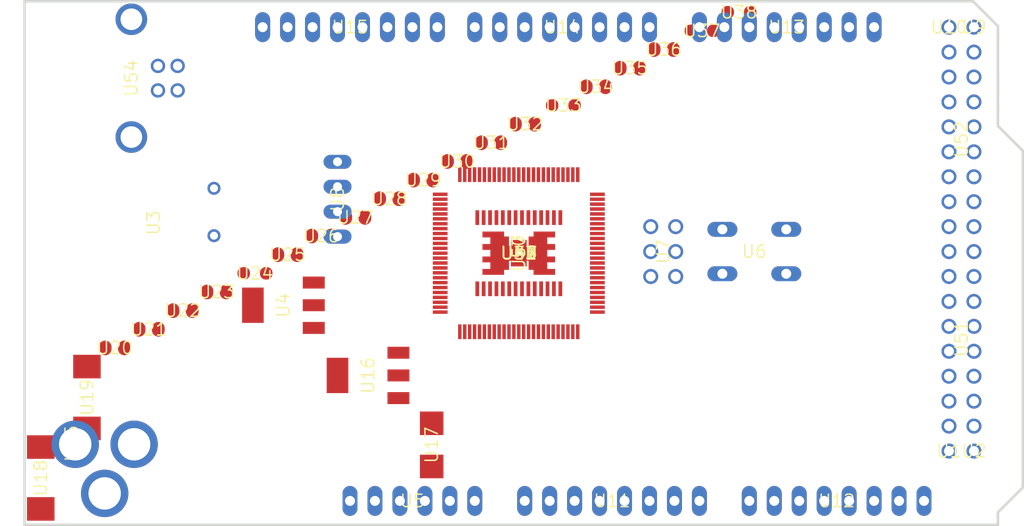
<source format=kicad_pcb>
 ( kicad_pcb  ( version 20171130 )
 ( host pcbnew "(5.1.4-0-10_14)" )
 ( general  ( thickness 1.6 )
 ( drawings 9 )
 ( tracks 0 )
 ( zones 0 )
 ( modules 57 )
 ( nets 100 )
)
 ( page A4 )
 ( layers  ( 0 Top signal )
 ( 31 Bottom signal )
 ( 32 B.Adhes user )
 ( 33 F.Adhes user )
 ( 34 B.Paste user )
 ( 35 F.Paste user )
 ( 36 B.SilkS user )
 ( 37 F.SilkS user )
 ( 38 B.Mask user )
 ( 39 F.Mask user )
 ( 40 Dwgs.User user )
 ( 41 Cmts.User user )
 ( 42 Eco1.User user )
 ( 43 Eco2.User user )
 ( 44 Edge.Cuts user )
 ( 45 Margin user )
 ( 46 B.CrtYd user )
 ( 47 F.CrtYd user )
 ( 48 B.Fab user )
 ( 49 F.Fab user )
)
 ( setup  ( last_trace_width 0.25 )
 ( user_trace_width 0.3048 )
 ( user_trace_width 1.27 )
 ( trace_clearance 0.063 )
 ( zone_clearance 0.508 )
 ( zone_45_only no )
 ( trace_min 0.2 )
 ( via_size 0.9144 )
 ( via_drill 0.4 )
 ( via_min_size 0.4 )
 ( via_min_drill 0.3 )
 ( uvia_size 0.3 )
 ( uvia_drill 0.1 )
 ( uvias_allowed yes )
 ( uvia_min_size 0.2 )
 ( uvia_min_drill 0.1 )
 ( edge_width 0.05 )
 ( segment_width 0.2 )
 ( pcb_text_width 0.3 )
 ( pcb_text_size 1.5 1.5 )
 ( mod_edge_width 0.12 )
 ( mod_text_size 1 1 )
 ( mod_text_width 0.15 )
 ( pad_size 0.35 1.5 )
 ( pad_drill 0 )
 ( pad_to_mask_clearance 0.051 )
 ( solder_mask_min_width 0.25 )
 ( aux_axis_origin 0 0 )
 ( visible_elements FFFFFF7F )
 ( pcbplotparams  ( layerselection 0x010fc_ffffffff )
 ( usegerberextensions false )
 ( usegerberattributes false )
 ( usegerberadvancedattributes false )
 ( creategerberjobfile false )
 ( excludeedgelayer true )
 ( linewidth 0.100000 )
 ( plotframeref false )
 ( viasonmask false )
 ( mode 1 )
 ( useauxorigin false )
 ( hpglpennumber 1 )
 ( hpglpenspeed 20 )
 ( hpglpendiameter 15.000000 )
 ( psnegative false )
 ( psa4output false )
 ( plotreference true )
 ( plotvalue true )
 ( plotinvisibletext false )
 ( padsonsilk false )
 ( subtractmaskfromsilk false )
 ( outputformat 1 )
 ( mirror false )
 ( drillshape 1 )
 ( scaleselection 1 )
 ( outputdirectory "" )
)
)
 ( net 0 "" )
 ( net 1 +5V )
 ( net 2 GND )
 ( net 3 N$6 )
 ( net 4 N$7 )
 ( net 5 AREF )
 ( net 6 RESET )
 ( net 7 VIN )
 ( net 8 N$3 )
 ( net 9 PWRIN )
 ( net 10 M8RXD )
 ( net 11 M8TXD )
 ( net 12 ADC0 )
 ( net 13 ADC2 )
 ( net 14 ADC1 )
 ( net 15 ADC3 )
 ( net 16 ADC4 )
 ( net 17 ADC5 )
 ( net 18 ADC6 )
 ( net 19 ADC7 )
 ( net 20 +3V3 )
 ( net 21 SDA )
 ( net 22 SCL )
 ( net 23 ADC9 )
 ( net 24 ADC8 )
 ( net 25 ADC10 )
 ( net 26 ADC11 )
 ( net 27 ADC12 )
 ( net 28 ADC13 )
 ( net 29 ADC14 )
 ( net 30 ADC15 )
 ( net 31 PB3 )
 ( net 32 PB2 )
 ( net 33 PB1 )
 ( net 34 PB5 )
 ( net 35 PB4 )
 ( net 36 PE5 )
 ( net 37 PE4 )
 ( net 38 PE3 )
 ( net 39 PE1 )
 ( net 40 PE0 )
 ( net 41 N$15 )
 ( net 42 N$53 )
 ( net 43 N$54 )
 ( net 44 N$55 )
 ( net 45 D- )
 ( net 46 D+ )
 ( net 47 N$60 )
 ( net 48 DTR )
 ( net 49 USBVCC )
 ( net 50 N$2 )
 ( net 51 N$4 )
 ( net 52 GATE_CMD )
 ( net 53 CMP )
 ( net 54 PB6 )
 ( net 55 PH3 )
 ( net 56 PH4 )
 ( net 57 PH5 )
 ( net 58 PH6 )
 ( net 59 PG5 )
 ( net 60 RXD1 )
 ( net 61 TXD1 )
 ( net 62 RXD2 )
 ( net 63 RXD3 )
 ( net 64 TXD2 )
 ( net 65 TXD3 )
 ( net 66 PC0 )
 ( net 67 PC1 )
 ( net 68 PC2 )
 ( net 69 PC3 )
 ( net 70 PC4 )
 ( net 71 PC5 )
 ( net 72 PC6 )
 ( net 73 PC7 )
 ( net 74 PB0 )
 ( net 75 PG0 )
 ( net 76 PG1 )
 ( net 77 PG2 )
 ( net 78 PD7 )
 ( net 79 PA0 )
 ( net 80 PA1 )
 ( net 81 PA2 )
 ( net 82 PA3 )
 ( net 83 PA4 )
 ( net 84 PA5 )
 ( net 85 PA6 )
 ( net 86 PA7 )
 ( net 87 PL0 )
 ( net 88 PL1 )
 ( net 89 PL2 )
 ( net 90 PL3 )
 ( net 91 PL4 )
 ( net 92 PL5 )
 ( net 93 PL6 )
 ( net 94 PL7 )
 ( net 95 PB7 )
 ( net 96 CTS )
 ( net 97 DSR )
 ( net 98 DCD )
 ( net 99 RI )
 ( net_class Default "This is the default net class."  ( clearance 0.063 )
 ( trace_width 0.25 )
 ( via_dia 0.9144 )
 ( via_drill 0.4 )
 ( uvia_dia 0.3 )
 ( uvia_drill 0.1 )
)
 ( net_class Power ""  ( clearance 0.063 )
 ( trace_width 0.3048 )
 ( via_dia 0.9144 )
 ( via_drill 0.4 )
 ( uvia_dia 0.3 )
 ( uvia_drill 0.1 )
 ( add_net +3V3 )
 ( add_net +5V )
 ( add_net PWRIN )
 ( add_net USBVCC )
)
 ( net_class Signal ""  ( clearance 0.063 )
 ( trace_width 0.2032 )
 ( via_dia 0.9144 )
 ( via_drill 0.4 )
 ( uvia_dia 0.3 )
 ( uvia_drill 0.1 )
 ( add_net ADC0 )
 ( add_net ADC1 )
 ( add_net ADC10 )
 ( add_net ADC11 )
 ( add_net ADC12 )
 ( add_net ADC13 )
 ( add_net ADC14 )
 ( add_net ADC15 )
 ( add_net ADC2 )
 ( add_net ADC3 )
 ( add_net ADC4 )
 ( add_net ADC5 )
 ( add_net ADC6 )
 ( add_net ADC7 )
 ( add_net ADC8 )
 ( add_net ADC9 )
 ( add_net AREF )
 ( add_net CMP )
 ( add_net CTS )
 ( add_net D+ )
 ( add_net D- )
 ( add_net DCD )
 ( add_net DSR )
 ( add_net DTR )
 ( add_net GATE_CMD )
 ( add_net GND )
 ( add_net M8RXD )
 ( add_net M8TXD )
 ( add_net N$15 )
 ( add_net N$2 )
 ( add_net N$3 )
 ( add_net N$4 )
 ( add_net N$53 )
 ( add_net N$54 )
 ( add_net N$55 )
 ( add_net N$6 )
 ( add_net N$60 )
 ( add_net N$7 )
 ( add_net PA0 )
 ( add_net PA1 )
 ( add_net PA2 )
 ( add_net PA3 )
 ( add_net PA4 )
 ( add_net PA5 )
 ( add_net PA6 )
 ( add_net PA7 )
 ( add_net PB0 )
 ( add_net PB1 )
 ( add_net PB2 )
 ( add_net PB3 )
 ( add_net PB4 )
 ( add_net PB5 )
 ( add_net PB6 )
 ( add_net PB7 )
 ( add_net PC0 )
 ( add_net PC1 )
 ( add_net PC2 )
 ( add_net PC3 )
 ( add_net PC4 )
 ( add_net PC5 )
 ( add_net PC6 )
 ( add_net PC7 )
 ( add_net PD7 )
 ( add_net PE0 )
 ( add_net PE1 )
 ( add_net PE3 )
 ( add_net PE4 )
 ( add_net PE5 )
 ( add_net PG0 )
 ( add_net PG1 )
 ( add_net PG2 )
 ( add_net PG5 )
 ( add_net PH3 )
 ( add_net PH4 )
 ( add_net PH5 )
 ( add_net PH6 )
 ( add_net PL0 )
 ( add_net PL1 )
 ( add_net PL2 )
 ( add_net PL3 )
 ( add_net PL4 )
 ( add_net PL5 )
 ( add_net PL6 )
 ( add_net PL7 )
 ( add_net RESET )
 ( add_net RI )
 ( add_net RXD1 )
 ( add_net RXD2 )
 ( add_net RXD3 )
 ( add_net SCL )
 ( add_net SDA )
 ( add_net TXD1 )
 ( add_net TXD2 )
 ( add_net TXD3 )
)
 ( net_class VIN ""  ( clearance 0.063 )
 ( trace_width 1.2 )
 ( via_dia 0.9144 )
 ( via_drill 0.4 )
 ( uvia_dia 0.3 )
 ( uvia_drill 0.1 )
 ( add_net VIN )
)
 ( module Arduino_MEGA_Reference_Design:PN61729  ( layer Top )
 ( tedit 5DD86010 )
 ( tstamp 5DD86102 )
 ( at 106.028100 86.168600 270.000000 )
 ( fp_text reference U54  ( at 0 -2.54 270 )
 ( layer F.SilkS )
 ( effects  ( font  ( size 1.27 1.27 )
 ( thickness 0.15 )
)
)
)
 ( fp_text value ""  ( at 0 -2.54 270 )
 ( layer F.SilkS )
 ( effects  ( font  ( size 1.27 1.27 )
 ( thickness 0.15 )
)
)
)
 ( fp_poly  ( pts  ( xy -6 -8.29 )
 ( xy 6 -8.29 )
 ( xy 6 7.71 )
 ( xy -6 7.71 )
)
 ( layer F.CrtYd )
 ( width 0.1 )
)
 ( pad P$2 thru_hole circle  ( at 6 -2.54 270.000000 )
 ( size 3.216 3.216 )
 ( drill 2.2 )
 ( layers *.Cu *.Mask )
 ( net 2 GND )
 ( solder_mask_margin 0.1524 )
)
 ( pad P$1 thru_hole circle  ( at -6 -2.54 270.000000 )
 ( size 3.216 3.216 )
 ( drill 2.2 )
 ( layers *.Cu *.Mask )
 ( net 2 GND )
 ( solder_mask_margin 0.1524 )
)
 ( pad 4 thru_hole circle  ( at 1.25 -5.25 270.000000 )
 ( size 1.458 1.458 )
 ( drill 0.95 )
 ( layers *.Cu *.Mask )
 ( net 2 GND )
 ( solder_mask_margin 0.1524 )
)
 ( pad 3 thru_hole circle  ( at -1.25 -5.25 270.000000 )
 ( size 1.458 1.458 )
 ( drill 0.95 )
 ( layers *.Cu *.Mask )
 ( net 46 D+ )
 ( solder_mask_margin 0.1524 )
)
 ( pad 2 thru_hole circle  ( at -1.25 -7.25 270.000000 )
 ( size 1.458 1.458 )
 ( drill 0.95 )
 ( layers *.Cu *.Mask )
 ( net 45 D- )
 ( solder_mask_margin 0.1524 )
)
 ( pad 1 thru_hole circle  ( at 1.25 -7.25 270.000000 )
 ( size 1.458 1.458 )
 ( drill 0.95 )
 ( layers *.Cu *.Mask )
 ( net 47 N$60 )
 ( solder_mask_margin 0.1524 )
)
)
 ( module Arduino_MEGA_Reference_Design:DC-21MM locked  ( layer Top )
 ( tedit 5DD85FF7 )
 ( tstamp 5DD85D69 )
 ( at 103.135100 123.391600 90.000000 )
 ( fp_text reference U55  ( at 0 -0.635 90 )
 ( layer F.SilkS )
 ( effects  ( font  ( size 1.27 1.27 )
 ( thickness 0.15 )
)
)
)
 ( fp_text value ""  ( at 0 -0.635 90 )
 ( layer F.SilkS )
 ( effects  ( font  ( size 1.27 1.27 )
 ( thickness 0.15 )
)
)
)
 ( fp_poly  ( pts  ( xy -5.25 -7.885 )
 ( xy 4 -7.885 )
 ( xy 4 5.865 )
 ( xy -5.25 5.865 )
)
 ( layer F.CrtYd )
 ( width 0.1 )
)
 ( pad 3 thru_hole circle  ( at -0.0762 -0.2794 90.000000 )
 ( size 4.826 4.826 )
 ( drill 3.302 )
 ( layers *.Cu *.Mask )
 ( net 2 GND )
 ( solder_mask_margin 0.1524 )
)
 ( pad 2 thru_hole circle  ( at -0.0762 5.715 90.000000 )
 ( size 4.826 4.826 )
 ( drill 3.302 )
 ( layers *.Cu *.Mask )
 ( net 9 PWRIN )
 ( solder_mask_margin 0.1524 )
)
 ( pad 1 thru_hole circle  ( at -5.08 2.7178 90.000000 )
 ( size 4.826 4.826 )
 ( drill 3.302 )
 ( layers *.Cu *.Mask )
 ( net 2 GND )
 ( solder_mask_margin 0.1524 )
)
)
 ( module Arduino_MEGA_Reference_Design:1X01 locked  ( layer Top )
 ( tedit 5DDD8317 )
 ( tstamp 5DD862A0 )
 ( at 191.781100 124.153600 )
 ( fp_text reference U1  ( at 0 0 )
 ( layer F.SilkS )
 ( effects  ( font  ( size 1.27 1.27 )
 ( thickness 0.15 )
)
)
)
 ( fp_text value ""  ( at 0 0 )
 ( layer F.SilkS )
 ( effects  ( font  ( size 1.27 1.27 )
 ( thickness 0.15 )
)
)
)
 ( fp_poly  ( pts  ( xy -1.3 -1.25 )
 ( xy 1.3 -1.25 )
 ( xy 1.3 1.25 )
 ( xy -1.3 1.25 )
)
 ( layer F.CrtYd )
 ( width 0.1 )
)
 ( pad 1 thru_hole circle  ( at 0 0 )
 ( size 1.524 1.524 )
 ( drill 1.016 )
 ( layers *.Cu *.Mask )
 ( net 2 GND )
 ( solder_mask_margin 0.1524 )
)
)
 ( module Arduino_MEGA_Reference_Design:1X01 locked  ( layer Top )
 ( tedit 5DDD82F6 )
 ( tstamp 5DD862AD )
 ( at 194.321100 124.153600 )
 ( fp_text reference U2  ( at 0 0 )
 ( layer F.SilkS )
 ( effects  ( font  ( size 1.27 1.27 )
 ( thickness 0.15 )
)
)
)
 ( fp_text value ""  ( at 0 0 )
 ( layer F.SilkS )
 ( effects  ( font  ( size 1.27 1.27 )
 ( thickness 0.15 )
)
)
)
 ( fp_poly  ( pts  ( xy -1.2 -1.2 )
 ( xy 1.2 -1.2 )
 ( xy 1.2 1.25 )
 ( xy -1.2 1.25 )
)
 ( layer F.CrtYd )
 ( width 0.1 )
)
 ( pad 1 thru_hole circle  ( at 0 0 )
 ( size 1.524 1.524 )
 ( drill 1.016 )
 ( layers *.Cu *.Mask )
 ( net 2 GND )
 ( solder_mask_margin 0.1524 )
)
)
 ( module Arduino_MEGA_Reference_Design:HC49_S  ( layer Top )
 ( tedit 5DDD82D4 )
 ( tstamp 5DD85D77 )
 ( at 116.978100 99.801600 90.000000 )
 ( fp_text reference U3  ( at -1.1 -6.15 90 )
 ( layer F.SilkS )
 ( effects  ( font  ( size 1.27 1.27 )
 ( thickness 0.15 )
)
)
)
 ( fp_text value ""  ( at -1.1 -6.15 90 )
 ( layer F.SilkS )
 ( effects  ( font  ( size 1.27 1.27 )
 ( thickness 0.15 )
)
)
)
 ( fp_poly  ( pts  ( xy -4.45 -2.55 )
 ( xy -5.05 -1.9 )
 ( xy -5.7 -1.25 )
 ( xy -5.7 1.35 )
 ( xy -5.05 1.95 )
 ( xy -4.4 2.55 )
 ( xy 4.5 2.55 )
 ( xy 5.1 1.85 )
 ( xy 5.75 1.3 )
 ( xy 5.7 -1.3 )
 ( xy 5.1 -1.85 )
 ( xy 4.45 -2.55 )
)
 ( layer F.CrtYd )
 ( width 0.1 )
)
 ( pad 2 thru_hole circle  ( at 2.413 0 90.000000 )
 ( size 1.3208 1.3208 )
 ( drill 0.8128 )
 ( layers *.Cu *.Mask )
 ( net 4 N$7 )
 ( solder_mask_margin 0.1524 )
)
 ( pad 1 thru_hole circle  ( at -2.413 0 90.000000 )
 ( size 1.3208 1.3208 )
 ( drill 0.8128 )
 ( layers *.Cu *.Mask )
 ( net 3 N$6 )
 ( solder_mask_margin 0.1524 )
)
)
 ( module Arduino_MEGA_Reference_Design:SOT223  ( layer Top )
 ( tedit 5DDD8275 )
 ( tstamp 5DD8614A )
 ( at 124.035800 109.301600 90.000000 )
 ( fp_text reference U4  ( at 0 0 90 )
 ( layer F.SilkS )
 ( effects  ( font  ( size 1.27 1.27 )
 ( thickness 0.15 )
)
)
)
 ( fp_text value ""  ( at 0 0 90 )
 ( layer F.SilkS )
 ( effects  ( font  ( size 1.27 1.27 )
 ( thickness 0.15 )
)
)
)
 ( fp_poly  ( pts  ( xy -3.35 -1.85 )
 ( xy 3.35 -1.85 )
 ( xy 3.35 1.9 )
 ( xy -3.4 1.85 )
)
 ( layer F.CrtYd )
 ( width 0.1 )
)
 ( pad 4 smd rect  ( at 0 -3.099 90.000000 )
 ( size 3.6 2.2 )
 ( layers Top F.Mask F.Paste )
 ( solder_mask_margin 0.1524 )
)
 ( pad 3 smd rect  ( at 2.3114 3.0988 90.000000 )
 ( size 1.2192 2.2352 )
 ( layers Top F.Mask F.Paste )
 ( net 1 +5V )
 ( solder_mask_margin 0.1524 )
)
 ( pad 2 smd rect  ( at 0 3.0988 90.000000 )
 ( size 1.2192 2.2352 )
 ( layers Top F.Mask F.Paste )
 ( net 49 USBVCC )
 ( solder_mask_margin 0.1524 )
)
 ( pad 1 smd rect  ( at -2.3114 3.0988 90.000000 )
 ( size 1.2192 2.2352 )
 ( layers Top F.Mask F.Paste )
 ( net 52 GATE_CMD )
 ( solder_mask_margin 0.1524 )
)
)
 ( module Arduino_MEGA_Reference_Design:1X06 locked  ( layer Top )
 ( tedit 5DD8649A )
 ( tstamp 5DD85DDB )
 ( at 137.171100 129.233600 )
 ( fp_text reference U5  ( at 0 0 )
 ( layer F.SilkS )
 ( effects  ( font  ( size 1.27 1.27 )
 ( thickness 0.15 )
)
)
)
 ( fp_text value ""  ( at 0 0 )
 ( layer F.SilkS )
 ( effects  ( font  ( size 1.27 1.27 )
 ( thickness 0.15 )
)
)
)
 ( fp_poly  ( pts  ( xy -7.6 -1.25 )
 ( xy 7.6 -1.25 )
 ( xy 7.6 1.25 )
 ( xy -7.6 1.25 )
)
 ( layer F.CrtYd )
 ( width 0.1 )
)
 ( pad 6 thru_hole oval  ( at 6.35 0 90.000000 )
 ( size 3.048 1.524 )
 ( drill 1.016 )
 ( layers *.Cu *.Mask )
 ( net 7 VIN )
 ( solder_mask_margin 0.1524 )
)
 ( pad 5 thru_hole oval  ( at 3.81 0 90.000000 )
 ( size 3.048 1.524 )
 ( drill 1.016 )
 ( layers *.Cu *.Mask )
 ( net 2 GND )
 ( solder_mask_margin 0.1524 )
)
 ( pad 4 thru_hole oval  ( at 1.27 0 90.000000 )
 ( size 3.048 1.524 )
 ( drill 1.016 )
 ( layers *.Cu *.Mask )
 ( net 2 GND )
 ( solder_mask_margin 0.1524 )
)
 ( pad 3 thru_hole oval  ( at -1.27 0 90.000000 )
 ( size 3.048 1.524 )
 ( drill 1.016 )
 ( layers *.Cu *.Mask )
 ( net 1 +5V )
 ( solder_mask_margin 0.1524 )
)
 ( pad 2 thru_hole oval  ( at -3.81 0 90.000000 )
 ( size 3.048 1.524 )
 ( drill 1.016 )
 ( layers *.Cu *.Mask )
 ( net 20 +3V3 )
 ( solder_mask_margin 0.1524 )
)
 ( pad 1 thru_hole oval  ( at -6.35 0 90.000000 )
 ( size 3.048 1.524 )
 ( drill 1.016 )
 ( layers *.Cu *.Mask )
 ( net 6 RESET )
 ( solder_mask_margin 0.1524 )
)
)
 ( module Arduino_MEGA_Reference_Design:B3F-10XX locked  ( layer Top )
 ( tedit 5DD8641F )
 ( tstamp 5DD85D15 )
 ( at 171.969100 103.833600 180.000000 )
 ( fp_text reference U6  ( at 0 0 180 )
 ( layer F.SilkS )
 ( effects  ( font  ( size 1.27 1.27 )
 ( thickness 0.15 )
)
)
)
 ( fp_text value ""  ( at 0 0 180 )
 ( layer F.SilkS )
 ( effects  ( font  ( size 1.27 1.27 )
 ( thickness 0.15 )
)
)
)
 ( fp_poly  ( pts  ( xy -3.45 -3.1 )
 ( xy 3.35 -3.1 )
 ( xy 3.3 3 )
 ( xy -3.5 3 )
)
 ( layer F.CrtYd )
 ( width 0.1 )
)
 ( pad 4 thru_hole oval  ( at 3.2512 2.2606 180.000000 )
 ( size 3.048 1.524 )
 ( drill 1.016 )
 ( layers *.Cu *.Mask )
 ( net 6 RESET )
 ( solder_mask_margin 0.1524 )
)
 ( pad 2 thru_hole oval  ( at 3.2512 -2.2606 180.000000 )
 ( size 3.048 1.524 )
 ( drill 1.016 )
 ( layers *.Cu *.Mask )
 ( net 2 GND )
 ( solder_mask_margin 0.1524 )
)
 ( pad 3 thru_hole oval  ( at -3.2512 2.2606 180.000000 )
 ( size 3.048 1.524 )
 ( drill 1.016 )
 ( layers *.Cu *.Mask )
 ( net 6 RESET )
 ( solder_mask_margin 0.1524 )
)
 ( pad 1 thru_hole oval  ( at -3.2512 -2.2606 180.000000 )
 ( size 3.048 1.524 )
 ( drill 1.016 )
 ( layers *.Cu *.Mask )
 ( net 2 GND )
 ( solder_mask_margin 0.1524 )
)
)
 ( module Arduino_MEGA_Reference_Design:2X03 locked  ( layer Top )
 ( tedit 5DD8640E )
 ( tstamp 5DD85C40 )
 ( at 162.698100 103.833600 270.000000 )
 ( fp_text reference U7  ( at 0 0 270 )
 ( layer F.SilkS )
 ( effects  ( font  ( size 1.27 1.27 )
 ( thickness 0.15 )
)
)
)
 ( fp_text value ""  ( at 0 0 270 )
 ( layer F.SilkS )
 ( effects  ( font  ( size 1.27 1.27 )
 ( thickness 0.15 )
)
)
)
 ( fp_poly  ( pts  ( xy -3.85 -2.5 )
 ( xy 3.825 -2.575 )
 ( xy 3.85 2.5125 )
 ( xy -3.85 2.4875 )
)
 ( layer F.CrtYd )
 ( width 0.1 )
)
 ( pad 6 thru_hole circle  ( at 2.54 -1.27 270.000000 )
 ( size 1.524 1.524 )
 ( drill 1.016 )
 ( layers *.Cu *.Mask )
 ( net 2 GND )
 ( solder_mask_margin 0.1524 )
)
 ( pad 5 thru_hole circle  ( at 2.54 1.27 270.000000 )
 ( size 1.524 1.524 )
 ( drill 1.016 )
 ( layers *.Cu *.Mask )
 ( net 6 RESET )
 ( solder_mask_margin 0.1524 )
)
 ( pad 4 thru_hole circle  ( at 0 -1.27 270.000000 )
 ( size 1.524 1.524 )
 ( drill 1.016 )
 ( layers *.Cu *.Mask )
 ( net 32 PB2 )
 ( solder_mask_margin 0.1524 )
)
 ( pad 3 thru_hole circle  ( at 0 1.27 270.000000 )
 ( size 1.524 1.524 )
 ( drill 1.016 )
 ( layers *.Cu *.Mask )
 ( net 33 PB1 )
 ( solder_mask_margin 0.1524 )
)
 ( pad 2 thru_hole circle  ( at -2.54 -1.27 270.000000 )
 ( size 1.524 1.524 )
 ( drill 1.016 )
 ( layers *.Cu *.Mask )
 ( net 1 +5V )
 ( solder_mask_margin 0.1524 )
)
 ( pad 1 thru_hole circle  ( at -2.54 1.27 270.000000 )
 ( size 1.524 1.524 )
 ( drill 1.016 )
 ( layers *.Cu *.Mask )
 ( net 31 PB3 )
 ( solder_mask_margin 0.1524 )
)
)
 ( module Arduino_MEGA_Reference_Design:JP4 locked  ( layer Top )
 ( tedit 5DD863EA )
 ( tstamp 5DD862CC )
 ( at 129.551100 98.499600 270.000000 )
 ( fp_text reference U8  ( at 0 0 270 )
 ( layer F.SilkS )
 ( effects  ( font  ( size 1.27 1.27 )
 ( thickness 0.15 )
)
)
)
 ( fp_text value ""  ( at 0 0 270 )
 ( layer F.SilkS )
 ( effects  ( font  ( size 1.27 1.27 )
 ( thickness 0.15 )
)
)
)
 ( fp_poly  ( pts  ( xy -5.05 -1.3 )
 ( xy 5.05 -1.3 )
 ( xy 5.05 1.25 )
 ( xy -5.05 1.3 )
)
 ( layer F.CrtYd )
 ( width 0.1 )
)
 ( pad 4 thru_hole oval  ( at 3.81 0 )
 ( size 2.8448 1.4224 )
 ( drill 0.9144 )
 ( layers *.Cu *.Mask )
 ( net 99 RI )
 ( solder_mask_margin 0.1524 )
)
 ( pad 3 thru_hole oval  ( at 1.27 0 )
 ( size 2.8448 1.4224 )
 ( drill 0.9144 )
 ( layers *.Cu *.Mask )
 ( net 98 DCD )
 ( solder_mask_margin 0.1524 )
)
 ( pad 2 thru_hole oval  ( at -1.27 0 )
 ( size 2.8448 1.4224 )
 ( drill 0.9144 )
 ( layers *.Cu *.Mask )
 ( net 97 DSR )
 ( solder_mask_margin 0.1524 )
)
 ( pad 1 thru_hole oval  ( at -3.81 0 )
 ( size 2.8448 1.4224 )
 ( drill 0.9144 )
 ( layers *.Cu *.Mask )
 ( net 96 CTS )
 ( solder_mask_margin 0.1524 )
)
)
 ( module Arduino_MEGA_Reference_Design:1X01 locked  ( layer Top )
 ( tedit 5DD863C9 )
 ( tstamp 5DD86293 )
 ( at 194.321100 80.973600 )
 ( fp_text reference U9  ( at 0 0 )
 ( layer F.SilkS )
 ( effects  ( font  ( size 1.27 1.27 )
 ( thickness 0.15 )
)
)
)
 ( fp_text value ""  ( at 0 0 )
 ( layer F.SilkS )
 ( effects  ( font  ( size 1.27 1.27 )
 ( thickness 0.15 )
)
)
)
 ( fp_poly  ( pts  ( xy -1.25 -1.25 )
 ( xy 1.25 -1.25 )
 ( xy 1.25 1.25 )
 ( xy -1.25 1.25 )
)
 ( layer F.CrtYd )
 ( width 0.1 )
)
 ( pad 1 thru_hole circle  ( at 0 0 )
 ( size 1.524 1.524 )
 ( drill 1.016 )
 ( layers *.Cu *.Mask )
 ( net 1 +5V )
 ( solder_mask_margin 0.1524 )
)
)
 ( module Arduino_MEGA_Reference_Design:1X01 locked  ( layer Top )
 ( tedit 5DD863BF )
 ( tstamp 5DD86286 )
 ( at 191.781100 80.973600 )
 ( fp_text reference U10  ( at 0 0 )
 ( layer F.SilkS )
 ( effects  ( font  ( size 1.27 1.27 )
 ( thickness 0.15 )
)
)
)
 ( fp_text value ""  ( at 0 0 )
 ( layer F.SilkS )
 ( effects  ( font  ( size 1.27 1.27 )
 ( thickness 0.15 )
)
)
)
 ( fp_poly  ( pts  ( xy -1.25 -1.25 )
 ( xy 1.25 -1.25 )
 ( xy 1.25 1.25 )
 ( xy -1.25 1.25 )
)
 ( layer F.CrtYd )
 ( width 0.1 )
)
 ( pad 1 thru_hole circle  ( at 0 0 )
 ( size 1.524 1.524 )
 ( drill 1.016 )
 ( layers *.Cu *.Mask )
 ( net 1 +5V )
 ( solder_mask_margin 0.1524 )
)
)
 ( module Arduino_MEGA_Reference_Design:1X08 locked  ( layer Top )
 ( tedit 5DD8632A )
 ( tstamp 5DD85E65 )
 ( at 157.491100 129.233600 )
 ( fp_text reference U11  ( at 0 0 )
 ( layer F.SilkS )
 ( effects  ( font  ( size 1.27 1.27 )
 ( thickness 0.15 )
)
)
)
 ( fp_text value ""  ( at 0 0 )
 ( layer F.SilkS )
 ( effects  ( font  ( size 1.27 1.27 )
 ( thickness 0.15 )
)
)
)
 ( fp_poly  ( pts  ( xy -10.15 -1.45 )
 ( xy 10.1 -1.4 )
 ( xy 10.15 1.25 )
 ( xy -10.15 1.25 )
)
 ( layer F.CrtYd )
 ( width 0.1 )
)
 ( pad 8 thru_hole oval  ( at 8.89 0 90.000000 )
 ( size 3.048 1.524 )
 ( drill 1.016 )
 ( layers *.Cu *.Mask )
 ( net 19 ADC7 )
 ( solder_mask_margin 0.1524 )
)
 ( pad 7 thru_hole oval  ( at 6.35 0 90.000000 )
 ( size 3.048 1.524 )
 ( drill 1.016 )
 ( layers *.Cu *.Mask )
 ( net 18 ADC6 )
 ( solder_mask_margin 0.1524 )
)
 ( pad 6 thru_hole oval  ( at 3.81 0 90.000000 )
 ( size 3.048 1.524 )
 ( drill 1.016 )
 ( layers *.Cu *.Mask )
 ( net 17 ADC5 )
 ( solder_mask_margin 0.1524 )
)
 ( pad 5 thru_hole oval  ( at 1.27 0 90.000000 )
 ( size 3.048 1.524 )
 ( drill 1.016 )
 ( layers *.Cu *.Mask )
 ( net 16 ADC4 )
 ( solder_mask_margin 0.1524 )
)
 ( pad 4 thru_hole oval  ( at -1.27 0 90.000000 )
 ( size 3.048 1.524 )
 ( drill 1.016 )
 ( layers *.Cu *.Mask )
 ( net 15 ADC3 )
 ( solder_mask_margin 0.1524 )
)
 ( pad 3 thru_hole oval  ( at -3.81 0 90.000000 )
 ( size 3.048 1.524 )
 ( drill 1.016 )
 ( layers *.Cu *.Mask )
 ( net 13 ADC2 )
 ( solder_mask_margin 0.1524 )
)
 ( pad 2 thru_hole oval  ( at -6.35 0 90.000000 )
 ( size 3.048 1.524 )
 ( drill 1.016 )
 ( layers *.Cu *.Mask )
 ( net 14 ADC1 )
 ( solder_mask_margin 0.1524 )
)
 ( pad 1 thru_hole oval  ( at -8.89 0 90.000000 )
 ( size 3.048 1.524 )
 ( drill 1.016 )
 ( layers *.Cu *.Mask )
 ( net 12 ADC0 )
 ( solder_mask_margin 0.1524 )
)
)
 ( module Arduino_MEGA_Reference_Design:1X08 locked  ( layer Top )
 ( tedit 5DD86322 )
 ( tstamp 5DD86013 )
 ( at 180.351100 129.233600 )
 ( fp_text reference U12  ( at 0 0 )
 ( layer F.SilkS )
 ( effects  ( font  ( size 1.27 1.27 )
 ( thickness 0.15 )
)
)
)
 ( fp_text value ""  ( at 0 0 )
 ( layer F.SilkS )
 ( effects  ( font  ( size 1.27 1.27 )
 ( thickness 0.15 )
)
)
)
 ( fp_poly  ( pts  ( xy -10.2 -1.4 )
 ( xy 10.05 -1.35 )
 ( xy 10.1 1.3 )
 ( xy -10.2 1.3 )
)
 ( layer F.CrtYd )
 ( width 0.1 )
)
 ( pad 8 thru_hole oval  ( at 8.89 0 90.000000 )
 ( size 3.048 1.524 )
 ( drill 1.016 )
 ( layers *.Cu *.Mask )
 ( net 30 ADC15 )
 ( solder_mask_margin 0.1524 )
)
 ( pad 7 thru_hole oval  ( at 6.35 0 90.000000 )
 ( size 3.048 1.524 )
 ( drill 1.016 )
 ( layers *.Cu *.Mask )
 ( net 29 ADC14 )
 ( solder_mask_margin 0.1524 )
)
 ( pad 6 thru_hole oval  ( at 3.81 0 90.000000 )
 ( size 3.048 1.524 )
 ( drill 1.016 )
 ( layers *.Cu *.Mask )
 ( net 28 ADC13 )
 ( solder_mask_margin 0.1524 )
)
 ( pad 5 thru_hole oval  ( at 1.27 0 90.000000 )
 ( size 3.048 1.524 )
 ( drill 1.016 )
 ( layers *.Cu *.Mask )
 ( net 27 ADC12 )
 ( solder_mask_margin 0.1524 )
)
 ( pad 4 thru_hole oval  ( at -1.27 0 90.000000 )
 ( size 3.048 1.524 )
 ( drill 1.016 )
 ( layers *.Cu *.Mask )
 ( net 26 ADC11 )
 ( solder_mask_margin 0.1524 )
)
 ( pad 3 thru_hole oval  ( at -3.81 0 90.000000 )
 ( size 3.048 1.524 )
 ( drill 1.016 )
 ( layers *.Cu *.Mask )
 ( net 25 ADC10 )
 ( solder_mask_margin 0.1524 )
)
 ( pad 2 thru_hole oval  ( at -6.35 0 90.000000 )
 ( size 3.048 1.524 )
 ( drill 1.016 )
 ( layers *.Cu *.Mask )
 ( net 23 ADC9 )
 ( solder_mask_margin 0.1524 )
)
 ( pad 1 thru_hole oval  ( at -8.89 0 90.000000 )
 ( size 3.048 1.524 )
 ( drill 1.016 )
 ( layers *.Cu *.Mask )
 ( net 24 ADC8 )
 ( solder_mask_margin 0.1524 )
)
)
 ( module Arduino_MEGA_Reference_Design:1X08 locked  ( layer Top )
 ( tedit 5DD86318 )
 ( tstamp 5DD85EB1 )
 ( at 175.271100 80.973600 180.000000 )
 ( fp_text reference U13  ( at 0 0 180 )
 ( layer F.SilkS )
 ( effects  ( font  ( size 1.27 1.27 )
 ( thickness 0.15 )
)
)
)
 ( fp_text value ""  ( at 0 0 180 )
 ( layer F.SilkS )
 ( effects  ( font  ( size 1.27 1.27 )
 ( thickness 0.15 )
)
)
)
 ( fp_poly  ( pts  ( xy -10.2 -1.4 )
 ( xy 10.05 -1.35 )
 ( xy 10.1 1.3 )
 ( xy -10.2 1.3 )
)
 ( layer F.CrtYd )
 ( width 0.1 )
)
 ( pad 8 thru_hole oval  ( at 8.89 0 270.000000 )
 ( size 3.048 1.524 )
 ( drill 1.016 )
 ( layers *.Cu *.Mask )
 ( net 65 TXD3 )
 ( solder_mask_margin 0.1524 )
)
 ( pad 7 thru_hole oval  ( at 6.35 0 270.000000 )
 ( size 3.048 1.524 )
 ( drill 1.016 )
 ( layers *.Cu *.Mask )
 ( net 63 RXD3 )
 ( solder_mask_margin 0.1524 )
)
 ( pad 6 thru_hole oval  ( at 3.81 0 270.000000 )
 ( size 3.048 1.524 )
 ( drill 1.016 )
 ( layers *.Cu *.Mask )
 ( net 64 TXD2 )
 ( solder_mask_margin 0.1524 )
)
 ( pad 5 thru_hole oval  ( at 1.27 0 270.000000 )
 ( size 3.048 1.524 )
 ( drill 1.016 )
 ( layers *.Cu *.Mask )
 ( net 62 RXD2 )
 ( solder_mask_margin 0.1524 )
)
 ( pad 4 thru_hole oval  ( at -1.27 0 270.000000 )
 ( size 3.048 1.524 )
 ( drill 1.016 )
 ( layers *.Cu *.Mask )
 ( net 61 TXD1 )
 ( solder_mask_margin 0.1524 )
)
 ( pad 3 thru_hole oval  ( at -3.81 0 270.000000 )
 ( size 3.048 1.524 )
 ( drill 1.016 )
 ( layers *.Cu *.Mask )
 ( net 60 RXD1 )
 ( solder_mask_margin 0.1524 )
)
 ( pad 2 thru_hole oval  ( at -6.35 0 270.000000 )
 ( size 3.048 1.524 )
 ( drill 1.016 )
 ( layers *.Cu *.Mask )
 ( net 21 SDA )
 ( solder_mask_margin 0.1524 )
)
 ( pad 1 thru_hole oval  ( at -8.89 0 270.000000 )
 ( size 3.048 1.524 )
 ( drill 1.016 )
 ( layers *.Cu *.Mask )
 ( net 22 SCL )
 ( solder_mask_margin 0.1524 )
)
)
 ( module Arduino_MEGA_Reference_Design:1X08 locked  ( layer Top )
 ( tedit 5DD8630B )
 ( tstamp 5DD85C65 )
 ( at 152.411100 80.973600 180.000000 )
 ( fp_text reference U14  ( at 0 0 180 )
 ( layer F.SilkS )
 ( effects  ( font  ( size 1.27 1.27 )
 ( thickness 0.15 )
)
)
)
 ( fp_text value ""  ( at 0 0 180 )
 ( layer F.SilkS )
 ( effects  ( font  ( size 1.27 1.27 )
 ( thickness 0.15 )
)
)
)
 ( fp_poly  ( pts  ( xy -10.15 -1.35 )
 ( xy 10.1 -1.3 )
 ( xy 10.15 1.35 )
 ( xy -10.15 1.35 )
)
 ( layer F.CrtYd )
 ( width 0.1 )
)
 ( pad 8 thru_hole oval  ( at 8.89 0 270.000000 )
 ( size 3.048 1.524 )
 ( drill 1.016 )
 ( layers *.Cu *.Mask )
 ( net 56 PH4 )
 ( solder_mask_margin 0.1524 )
)
 ( pad 7 thru_hole oval  ( at 6.35 0 270.000000 )
 ( size 3.048 1.524 )
 ( drill 1.016 )
 ( layers *.Cu *.Mask )
 ( net 55 PH3 )
 ( solder_mask_margin 0.1524 )
)
 ( pad 6 thru_hole oval  ( at 3.81 0 270.000000 )
 ( size 3.048 1.524 )
 ( drill 1.016 )
 ( layers *.Cu *.Mask )
 ( net 38 PE3 )
 ( solder_mask_margin 0.1524 )
)
 ( pad 5 thru_hole oval  ( at 1.27 0 270.000000 )
 ( size 3.048 1.524 )
 ( drill 1.016 )
 ( layers *.Cu *.Mask )
 ( net 59 PG5 )
 ( solder_mask_margin 0.1524 )
)
 ( pad 4 thru_hole oval  ( at -1.27 0 270.000000 )
 ( size 3.048 1.524 )
 ( drill 1.016 )
 ( layers *.Cu *.Mask )
 ( net 36 PE5 )
 ( solder_mask_margin 0.1524 )
)
 ( pad 3 thru_hole oval  ( at -3.81 0 270.000000 )
 ( size 3.048 1.524 )
 ( drill 1.016 )
 ( layers *.Cu *.Mask )
 ( net 37 PE4 )
 ( solder_mask_margin 0.1524 )
)
 ( pad 2 thru_hole oval  ( at -6.35 0 270.000000 )
 ( size 3.048 1.524 )
 ( drill 1.016 )
 ( layers *.Cu *.Mask )
 ( net 39 PE1 )
 ( solder_mask_margin 0.1524 )
)
 ( pad 1 thru_hole oval  ( at -8.89 0 270.000000 )
 ( size 3.048 1.524 )
 ( drill 1.016 )
 ( layers *.Cu *.Mask )
 ( net 40 PE0 )
 ( solder_mask_margin 0.1524 )
)
)
 ( module Arduino_MEGA_Reference_Design:1X08 locked  ( layer Top )
 ( tedit 5DD862DF )
 ( tstamp 5DD85CB1 )
 ( at 130.821100 80.973600 180.000000 )
 ( fp_text reference U15  ( at 0 0 180 )
 ( layer F.SilkS )
 ( effects  ( font  ( size 1.27 1.27 )
 ( thickness 0.15 )
)
)
)
 ( fp_text value ""  ( at 0 0 180 )
 ( layer F.SilkS )
 ( effects  ( font  ( size 1.27 1.27 )
 ( thickness 0.15 )
)
)
)
 ( fp_poly  ( pts  ( xy -10.1 -1.45 )
 ( xy 10.15 -1.4 )
 ( xy 10.2 1.25 )
 ( xy -10.1 1.25 )
)
 ( layer F.CrtYd )
 ( width 0.1 )
)
 ( pad 8 thru_hole oval  ( at 8.89 0 270.000000 )
 ( size 3.048 1.524 )
 ( drill 1.016 )
 ( layers *.Cu *.Mask )
 ( net 5 AREF )
 ( solder_mask_margin 0.1524 )
)
 ( pad 7 thru_hole oval  ( at 6.35 0 270.000000 )
 ( size 3.048 1.524 )
 ( drill 1.016 )
 ( layers *.Cu *.Mask )
 ( net 2 GND )
 ( solder_mask_margin 0.1524 )
)
 ( pad 6 thru_hole oval  ( at 3.81 0 270.000000 )
 ( size 3.048 1.524 )
 ( drill 1.016 )
 ( layers *.Cu *.Mask )
 ( net 95 PB7 )
 ( solder_mask_margin 0.1524 )
)
 ( pad 5 thru_hole oval  ( at 1.27 0 270.000000 )
 ( size 3.048 1.524 )
 ( drill 1.016 )
 ( layers *.Cu *.Mask )
 ( net 54 PB6 )
 ( solder_mask_margin 0.1524 )
)
 ( pad 4 thru_hole oval  ( at -1.27 0 270.000000 )
 ( size 3.048 1.524 )
 ( drill 1.016 )
 ( layers *.Cu *.Mask )
 ( net 34 PB5 )
 ( solder_mask_margin 0.1524 )
)
 ( pad 3 thru_hole oval  ( at -3.81 0 270.000000 )
 ( size 3.048 1.524 )
 ( drill 1.016 )
 ( layers *.Cu *.Mask )
 ( net 35 PB4 )
 ( solder_mask_margin 0.1524 )
)
 ( pad 2 thru_hole oval  ( at -6.35 0 270.000000 )
 ( size 3.048 1.524 )
 ( drill 1.016 )
 ( layers *.Cu *.Mask )
 ( net 58 PH6 )
 ( solder_mask_margin 0.1524 )
)
 ( pad 1 thru_hole oval  ( at -8.89 0 270.000000 )
 ( size 3.048 1.524 )
 ( drill 1.016 )
 ( layers *.Cu *.Mask )
 ( net 57 PH5 )
 ( solder_mask_margin 0.1524 )
)
)
 ( module Arduino_MEGA_Reference_Design:SOT223  ( layer Top )
 ( tedit 5DD862A6 )
 ( tstamp 5DD85DB9 )
 ( at 132.651200 116.451600 90.000000 )
 ( fp_text reference U16  ( at 0 0 90 )
 ( layer F.SilkS )
 ( effects  ( font  ( size 1.27 1.27 )
 ( thickness 0.15 )
)
)
)
 ( fp_text value ""  ( at 0 0 90 )
 ( layer F.SilkS )
 ( effects  ( font  ( size 1.27 1.27 )
 ( thickness 0.15 )
)
)
)
 ( fp_poly  ( pts  ( xy -3.45 -2 )
 ( xy 3.45 -2 )
 ( xy 3.45 1.9 )
 ( xy -3.45 1.9 )
)
 ( layer F.CrtYd )
 ( width 0.1 )
)
 ( pad 4 smd rect  ( at 0 -3.099 90.000000 )
 ( size 3.6 2.2 )
 ( layers Top F.Mask F.Paste )
 ( net 1 +5V )
 ( solder_mask_margin 0.1524 )
)
 ( pad 3 smd rect  ( at 2.3114 3.0988 90.000000 )
 ( size 1.2192 2.2352 )
 ( layers Top F.Mask F.Paste )
 ( net 7 VIN )
 ( solder_mask_margin 0.1524 )
)
 ( pad 2 smd rect  ( at 0 3.0988 90.000000 )
 ( size 1.2192 2.2352 )
 ( layers Top F.Mask F.Paste )
 ( net 1 +5V )
 ( solder_mask_margin 0.1524 )
)
 ( pad 1 smd rect  ( at -2.3114 3.0988 90.000000 )
 ( size 1.2192 2.2352 )
 ( layers Top F.Mask F.Paste )
 ( net 2 GND )
 ( solder_mask_margin 0.1524 )
)
)
 ( module Arduino_MEGA_Reference_Design:SMB  ( layer Top )
 ( tedit 5DD8628F )
 ( tstamp 5DD85D5A )
 ( at 139.133900 123.526600 270.000000 )
 ( fp_text reference U17  ( at 0 0 270 )
 ( layer F.SilkS )
 ( effects  ( font  ( size 1.27 1.27 )
 ( thickness 0.15 )
)
)
)
 ( fp_text value ""  ( at 0 0 270 )
 ( layer F.SilkS )
 ( effects  ( font  ( size 1.27 1.27 )
 ( thickness 0.15 )
)
)
)
 ( fp_poly  ( pts  ( xy -2.35 -2 )
 ( xy 2.35 -2 )
 ( xy 2.35 1.95 )
 ( xy -2.35 1.95 )
)
 ( layer F.CrtYd )
 ( width 0.1 )
)
 ( pad A smd rect  ( at 2.2 0 270.000000 )
 ( size 2.4 2.4 )
 ( layers Top F.Mask F.Paste )
 ( net 9 PWRIN )
 ( solder_mask_margin 0.1524 )
)
 ( pad C smd rect  ( at -2.2 0 270.000000 )
 ( size 2.4 2.4 )
 ( layers Top F.Mask F.Paste )
 ( net 7 VIN )
 ( solder_mask_margin 0.1524 )
)
)
 ( module Arduino_MEGA_Reference_Design:SMC_D  ( layer Top )
 ( tedit 5DD86271 )
 ( tstamp 5DD85CFD )
 ( at 99.350000 126.900000 270.000000 )
 ( fp_text reference U18  ( at 0 0 270 )
 ( layer F.SilkS )
 ( effects  ( font  ( size 1.27 1.27 )
 ( thickness 0.15 )
)
)
)
 ( fp_text value ""  ( at 0 0 270 )
 ( layer F.SilkS )
 ( effects  ( font  ( size 1.27 1.27 )
 ( thickness 0.15 )
)
)
)
 ( fp_poly  ( pts  ( xy -3.55 -2.15 )
 ( xy 3.55 -2.15 )
 ( xy 3.55 2.15 )
 ( xy -3.55 2.15 )
)
 ( layer F.CrtYd )
 ( width 0.1 )
)
 ( pad - smd rect  ( at 3.15 0 90.000000 )
 ( size 2.4 2.8 )
 ( layers Top F.Mask F.Paste )
 ( net 2 GND )
 ( solder_mask_margin 0.1524 )
)
 ( pad + smd rect  ( at -3.15 0 270.000000 )
 ( size 2.4 2.8 )
 ( layers Top F.Mask F.Paste )
 ( net 7 VIN )
 ( solder_mask_margin 0.1524 )
)
)
 ( module Arduino_MEGA_Reference_Design:SMC_D  ( layer Top )
 ( tedit 5DD8625D )
 ( tstamp 5DD85D09 )
 ( at 104.050000 118.700000 270.000000 )
 ( fp_text reference U19  ( at 0 0 270 )
 ( layer F.SilkS )
 ( effects  ( font  ( size 1.27 1.27 )
 ( thickness 0.15 )
)
)
)
 ( fp_text value ""  ( at 0 0 270 )
 ( layer F.SilkS )
 ( effects  ( font  ( size 1.27 1.27 )
 ( thickness 0.15 )
)
)
)
 ( fp_poly  ( pts  ( xy -3.6 -2.2 )
 ( xy 3.6 -2.2 )
 ( xy 3.6 2.2 )
 ( xy -3.6 2.2 )
)
 ( layer F.CrtYd )
 ( width 0.1 )
)
 ( pad - smd rect  ( at 3.15 0 90.000000 )
 ( size 2.4 2.8 )
 ( layers Top F.Mask F.Paste )
 ( net 2 GND )
 ( solder_mask_margin 0.1524 )
)
 ( pad + smd rect  ( at -3.15 0 270.000000 )
 ( size 2.4 2.8 )
 ( layers Top F.Mask F.Paste )
 ( net 1 +5V )
 ( solder_mask_margin 0.1524 )
)
)
 ( module Arduino_MEGA_Reference_Design:C0805RND  ( layer Top )
 ( tedit 5DD86249 )
 ( tstamp 5DD86005 )
 ( at 106.881000 113.650000 )
 ( fp_text reference U20  ( at 0 0 )
 ( layer F.SilkS )
 ( effects  ( font  ( size 1.27 1.27 )
 ( thickness 0.15 )
)
)
)
 ( fp_text value ""  ( at 0 0 )
 ( layer F.SilkS )
 ( effects  ( font  ( size 1.27 1.27 )
 ( thickness 0.15 )
)
)
)
 ( fp_poly  ( pts  ( xy -0.95 -0.75 )
 ( xy 1.05 -0.75 )
 ( xy 1.05 0.75 )
 ( xy -0.95 0.75 )
)
 ( layer F.CrtYd )
 ( width 0.1 )
)
 ( pad 2 smd roundrect  ( at 0.977 0 )
 ( size 1.3 1.5 )
 ( layers Top F.Mask F.Paste )
 ( roundrect_rratio 0.5 )
 ( net 2 GND )
 ( solder_mask_margin 0.1524 )
)
 ( pad 1 smd roundrect  ( at -0.977 0 )
 ( size 1.3 1.5 )
 ( layers Top F.Mask F.Paste )
 ( roundrect_rratio 0.5 )
 ( net 1 +5V )
 ( solder_mask_margin 0.1524 )
)
)
 ( module Arduino_MEGA_Reference_Design:C0805RND  ( layer Top )
 ( tedit 5DD86243 )
 ( tstamp 5DD85E31 )
 ( at 110.335000 111.750000 )
 ( fp_text reference U21  ( at 0 0 )
 ( layer F.SilkS )
 ( effects  ( font  ( size 1.27 1.27 )
 ( thickness 0.15 )
)
)
)
 ( fp_text value ""  ( at 0 0 )
 ( layer F.SilkS )
 ( effects  ( font  ( size 1.27 1.27 )
 ( thickness 0.15 )
)
)
)
 ( fp_poly  ( pts  ( xy -0.95 -0.75 )
 ( xy 1.05 -0.75 )
 ( xy 1.05 0.75 )
 ( xy -0.95 0.75 )
)
 ( layer F.CrtYd )
 ( width 0.1 )
)
 ( pad 2 smd roundrect  ( at 0.977 0 )
 ( size 1.3 1.5 )
 ( layers Top F.Mask F.Paste )
 ( roundrect_rratio 0.5 )
 ( net 3 N$6 )
 ( solder_mask_margin 0.1524 )
)
 ( pad 1 smd roundrect  ( at -0.977 0 )
 ( size 1.3 1.5 )
 ( layers Top F.Mask F.Paste )
 ( roundrect_rratio 0.5 )
 ( net 2 GND )
 ( solder_mask_margin 0.1524 )
)
)
 ( module Arduino_MEGA_Reference_Design:C0805RND  ( layer Top )
 ( tedit 5DD8623E )
 ( tstamp 5DD85E3F )
 ( at 113.789000 109.850000 )
 ( fp_text reference U22  ( at 0 0 )
 ( layer F.SilkS )
 ( effects  ( font  ( size 1.27 1.27 )
 ( thickness 0.15 )
)
)
)
 ( fp_text value ""  ( at 0 0 )
 ( layer F.SilkS )
 ( effects  ( font  ( size 1.27 1.27 )
 ( thickness 0.15 )
)
)
)
 ( fp_poly  ( pts  ( xy -0.95 -0.75 )
 ( xy 1.05 -0.75 )
 ( xy 1.05 0.75 )
 ( xy -0.95 0.75 )
)
 ( layer F.CrtYd )
 ( width 0.1 )
)
 ( pad 2 smd roundrect  ( at 0.977 0 )
 ( size 1.3 1.5 )
 ( layers Top F.Mask F.Paste )
 ( roundrect_rratio 0.5 )
 ( net 4 N$7 )
 ( solder_mask_margin 0.1524 )
)
 ( pad 1 smd roundrect  ( at -0.977 0 )
 ( size 1.3 1.5 )
 ( layers Top F.Mask F.Paste )
 ( roundrect_rratio 0.5 )
 ( net 2 GND )
 ( solder_mask_margin 0.1524 )
)
)
 ( module Arduino_MEGA_Reference_Design:C0805RND  ( layer Top )
 ( tedit 5DD86230 )
 ( tstamp 5DD85FF7 )
 ( at 117.243000 107.950000 180.000000 )
 ( fp_text reference U23  ( at 0 0 180 )
 ( layer F.SilkS )
 ( effects  ( font  ( size 1.27 1.27 )
 ( thickness 0.15 )
)
)
)
 ( fp_text value ""  ( at 0 0 180 )
 ( layer F.SilkS )
 ( effects  ( font  ( size 1.27 1.27 )
 ( thickness 0.15 )
)
)
)
 ( fp_poly  ( pts  ( xy -0.95 -0.75 )
 ( xy 1.05 -0.75 )
 ( xy 1.05 0.75 )
 ( xy -0.95 0.75 )
)
 ( layer F.CrtYd )
 ( width 0.1 )
)
 ( pad 2 smd roundrect  ( at 0.977 0 180.000000 )
 ( size 1.3 1.5 )
 ( layers Top F.Mask F.Paste )
 ( roundrect_rratio 0.5 )
 ( net 2 GND )
 ( solder_mask_margin 0.1524 )
)
 ( pad 1 smd roundrect  ( at -0.977 0 180.000000 )
 ( size 1.3 1.5 )
 ( layers Top F.Mask F.Paste )
 ( roundrect_rratio 0.5 )
 ( net 1 +5V )
 ( solder_mask_margin 0.1524 )
)
)
 ( module Arduino_MEGA_Reference_Design:0805RND  ( layer Top )
 ( tedit 5DD86228 )
 ( tstamp 5DD85D52 )
 ( at 121.150000 106.050000 180.000000 )
 ( fp_text reference U24  ( at 0 0 180 )
 ( layer F.SilkS )
 ( effects  ( font  ( size 1.27 1.27 )
 ( thickness 0.15 )
)
)
)
 ( fp_text value ""  ( at 0 0 180 )
 ( layer F.SilkS )
 ( effects  ( font  ( size 1.27 1.27 )
 ( thickness 0.15 )
)
)
)
 ( fp_poly  ( pts  ( xy -0.95 -0.75 )
 ( xy 1.05 -0.75 )
 ( xy 1.05 0.75 )
 ( xy -0.95 0.75 )
)
 ( layer F.CrtYd )
 ( width 0.1 )
)
 ( pad P$2 smd roundrect  ( at 1.143 0 270.000000 )
 ( size 1.27 1.27 )
 ( layers Top F.Mask F.Paste )
 ( roundrect_rratio 0.45 )
 ( net 2 GND )
 ( solder_mask_margin 0.1524 )
)
 ( pad P$1 smd roundrect  ( at -1.143 0 270.000000 )
 ( size 1.27 1.27 )
 ( layers Top F.Mask F.Paste )
 ( roundrect_rratio 0.45 )
 ( net 8 N$3 )
 ( solder_mask_margin 0.1524 )
)
)
 ( module Arduino_MEGA_Reference_Design:R0805RND  ( layer Top )
 ( tedit 5DD86221 )
 ( tstamp 5DD86278 )
 ( at 124.453000 104.150000 180.000000 )
 ( fp_text reference U25  ( at 0 0 180 )
 ( layer F.SilkS )
 ( effects  ( font  ( size 1.27 1.27 )
 ( thickness 0.15 )
)
)
)
 ( fp_text value ""  ( at 0 0 180 )
 ( layer F.SilkS )
 ( effects  ( font  ( size 1.27 1.27 )
 ( thickness 0.15 )
)
)
)
 ( fp_poly  ( pts  ( xy -0.95 -0.75 )
 ( xy 1.05 -0.75 )
 ( xy 1.05 0.75 )
 ( xy -0.95 0.75 )
)
 ( layer F.CrtYd )
 ( width 0.1 )
)
 ( pad 2 smd roundrect  ( at 0.977 0 180.000000 )
 ( size 1.3 1.5 )
 ( layers Top F.Mask F.Paste )
 ( roundrect_rratio 0.5 )
 ( net 8 N$3 )
 ( solder_mask_margin 0.1524 )
)
 ( pad 1 smd roundrect  ( at -0.977 0 180.000000 )
 ( size 1.3 1.5 )
 ( layers Top F.Mask F.Paste )
 ( roundrect_rratio 0.5 )
 ( net 1 +5V )
 ( solder_mask_margin 0.1524 )
)
)
 ( module Arduino_MEGA_Reference_Design:R0805RND  ( layer Top )
 ( tedit 5DD8621B )
 ( tstamp 5DD85EFD )
 ( at 127.907000 102.250000 180.000000 )
 ( fp_text reference U26  ( at 0 0 180 )
 ( layer F.SilkS )
 ( effects  ( font  ( size 1.27 1.27 )
 ( thickness 0.15 )
)
)
)
 ( fp_text value ""  ( at 0 0 180 )
 ( layer F.SilkS )
 ( effects  ( font  ( size 1.27 1.27 )
 ( thickness 0.15 )
)
)
)
 ( fp_poly  ( pts  ( xy -0.95 -0.75 )
 ( xy 1.05 -0.75 )
 ( xy 1.05 0.75 )
 ( xy -0.95 0.75 )
)
 ( layer F.CrtYd )
 ( width 0.1 )
)
 ( pad 2 smd roundrect  ( at 0.977 0 180.000000 )
 ( size 1.3 1.5 )
 ( layers Top F.Mask F.Paste )
 ( roundrect_rratio 0.5 )
 ( net 22 SCL )
 ( solder_mask_margin 0.1524 )
)
 ( pad 1 smd roundrect  ( at -0.977 0 180.000000 )
 ( size 1.3 1.5 )
 ( layers Top F.Mask F.Paste )
 ( roundrect_rratio 0.5 )
 ( net 1 +5V )
 ( solder_mask_margin 0.1524 )
)
)
 ( module Arduino_MEGA_Reference_Design:R0805RND  ( layer Top )
 ( tedit 5DD86215 )
 ( tstamp 5DD85F0B )
 ( at 131.361000 100.350000 180.000000 )
 ( fp_text reference U27  ( at 0 0 180 )
 ( layer F.SilkS )
 ( effects  ( font  ( size 1.27 1.27 )
 ( thickness 0.15 )
)
)
)
 ( fp_text value ""  ( at 0 0 180 )
 ( layer F.SilkS )
 ( effects  ( font  ( size 1.27 1.27 )
 ( thickness 0.15 )
)
)
)
 ( fp_poly  ( pts  ( xy -1 -0.8 )
 ( xy 1 -0.8 )
 ( xy 1 0.7 )
 ( xy -1 0.7 )
)
 ( layer F.CrtYd )
 ( width 0.1 )
)
 ( pad 2 smd roundrect  ( at 0.977 0 180.000000 )
 ( size 1.3 1.5 )
 ( layers Top F.Mask F.Paste )
 ( roundrect_rratio 0.5 )
 ( net 21 SDA )
 ( solder_mask_margin 0.1524 )
)
 ( pad 1 smd roundrect  ( at -0.977 0 180.000000 )
 ( size 1.3 1.5 )
 ( layers Top F.Mask F.Paste )
 ( roundrect_rratio 0.5 )
 ( net 1 +5V )
 ( solder_mask_margin 0.1524 )
)
)
 ( module Arduino_MEGA_Reference_Design:C0805RND  ( layer Top )
 ( tedit 5DD8620C )
 ( tstamp 5DD85E23 )
 ( at 134.815000 98.450000 )
 ( fp_text reference U28  ( at 0 0 )
 ( layer F.SilkS )
 ( effects  ( font  ( size 1.27 1.27 )
 ( thickness 0.15 )
)
)
)
 ( fp_text value ""  ( at 0 0 )
 ( layer F.SilkS )
 ( effects  ( font  ( size 1.27 1.27 )
 ( thickness 0.15 )
)
)
)
 ( fp_poly  ( pts  ( xy -0.95 -0.8 )
 ( xy 1.05 -0.8 )
 ( xy 1.05 0.7 )
 ( xy -0.95 0.7 )
)
 ( layer F.CrtYd )
 ( width 0.1 )
)
 ( pad 2 smd roundrect  ( at 0.977 0 )
 ( size 1.3 1.5 )
 ( layers Top F.Mask F.Paste )
 ( roundrect_rratio 0.5 )
 ( net 2 GND )
 ( solder_mask_margin 0.1524 )
)
 ( pad 1 smd roundrect  ( at -0.977 0 )
 ( size 1.3 1.5 )
 ( layers Top F.Mask F.Paste )
 ( roundrect_rratio 0.5 )
 ( net 1 +5V )
 ( solder_mask_margin 0.1524 )
)
)
 ( module Arduino_MEGA_Reference_Design:C0805RND  ( layer Top )
 ( tedit 5DD86204 )
 ( tstamp 5DD861B2 )
 ( at 138.269000 96.550000 )
 ( fp_text reference U29  ( at 0 0 )
 ( layer F.SilkS )
 ( effects  ( font  ( size 1.27 1.27 )
 ( thickness 0.15 )
)
)
)
 ( fp_text value ""  ( at 0 0 )
 ( layer F.SilkS )
 ( effects  ( font  ( size 1.27 1.27 )
 ( thickness 0.15 )
)
)
)
 ( fp_poly  ( pts  ( xy -0.95 -0.75 )
 ( xy 1.05 -0.75 )
 ( xy 1.05 0.75 )
 ( xy -0.95 0.75 )
)
 ( layer F.CrtYd )
 ( width 0.1 )
)
 ( pad 2 smd roundrect  ( at 0.977 0 )
 ( size 1.3 1.5 )
 ( layers Top F.Mask F.Paste )
 ( roundrect_rratio 0.5 )
 ( net 1 +5V )
 ( solder_mask_margin 0.1524 )
)
 ( pad 1 smd roundrect  ( at -0.977 0 )
 ( size 1.3 1.5 )
 ( layers Top F.Mask F.Paste )
 ( roundrect_rratio 0.5 )
 ( net 2 GND )
 ( solder_mask_margin 0.1524 )
)
)
 ( module Arduino_MEGA_Reference_Design:C0805RND  ( layer Top )
 ( tedit 5DD861FC )
 ( tstamp 5DD86089 )
 ( at 141.723000 94.650000 )
 ( fp_text reference U30  ( at 0 0 )
 ( layer F.SilkS )
 ( effects  ( font  ( size 1.27 1.27 )
 ( thickness 0.15 )
)
)
)
 ( fp_text value ""  ( at 0 0 )
 ( layer F.SilkS )
 ( effects  ( font  ( size 1.27 1.27 )
 ( thickness 0.15 )
)
)
)
 ( fp_poly  ( pts  ( xy -0.95 -0.75 )
 ( xy 1.05 -0.75 )
 ( xy 1.05 0.75 )
 ( xy -0.95 0.75 )
)
 ( layer F.CrtYd )
 ( width 0.1 )
)
 ( pad 2 smd roundrect  ( at 0.977 0 )
 ( size 1.3 1.5 )
 ( layers Top F.Mask F.Paste )
 ( roundrect_rratio 0.5 )
 ( net 20 +3V3 )
 ( solder_mask_margin 0.1524 )
)
 ( pad 1 smd roundrect  ( at -0.977 0 )
 ( size 1.3 1.5 )
 ( layers Top F.Mask F.Paste )
 ( roundrect_rratio 0.5 )
 ( net 2 GND )
 ( solder_mask_margin 0.1524 )
)
)
 ( module Arduino_MEGA_Reference_Design:C0805RND  ( layer Top )
 ( tedit 5DD861F5 )
 ( tstamp 5DD86118 )
 ( at 145.177000 92.750000 )
 ( fp_text reference U31  ( at 0 0 )
 ( layer F.SilkS )
 ( effects  ( font  ( size 1.27 1.27 )
 ( thickness 0.15 )
)
)
)
 ( fp_text value ""  ( at 0 0 )
 ( layer F.SilkS )
 ( effects  ( font  ( size 1.27 1.27 )
 ( thickness 0.15 )
)
)
)
 ( fp_poly  ( pts  ( xy -0.95 -0.75 )
 ( xy 1.05 -0.75 )
 ( xy 1.05 0.75 )
 ( xy -0.95 0.75 )
)
 ( layer F.CrtYd )
 ( width 0.1 )
)
 ( pad 2 smd roundrect  ( at 0.977 0 )
 ( size 1.3 1.5 )
 ( layers Top F.Mask F.Paste )
 ( roundrect_rratio 0.5 )
 ( net 2 GND )
 ( solder_mask_margin 0.1524 )
)
 ( pad 1 smd roundrect  ( at -0.977 0 )
 ( size 1.3 1.5 )
 ( layers Top F.Mask F.Paste )
 ( roundrect_rratio 0.5 )
 ( net 1 +5V )
 ( solder_mask_margin 0.1524 )
)
)
 ( module Arduino_MEGA_Reference_Design:R0805RND  ( layer Top )
 ( tedit 5DD861ED )
 ( tstamp 5DD860A7 )
 ( at 148.631000 90.850000 )
 ( fp_text reference U32  ( at 0 0 )
 ( layer F.SilkS )
 ( effects  ( font  ( size 1.27 1.27 )
 ( thickness 0.15 )
)
)
)
 ( fp_text value ""  ( at 0 0 )
 ( layer F.SilkS )
 ( effects  ( font  ( size 1.27 1.27 )
 ( thickness 0.15 )
)
)
)
 ( fp_poly  ( pts  ( xy -0.95 -0.75 )
 ( xy 1.05 -0.75 )
 ( xy 1.05 0.75 )
 ( xy -0.95 0.75 )
)
 ( layer F.CrtYd )
 ( width 0.1 )
)
 ( pad 2 smd roundrect  ( at 0.977 0 )
 ( size 1.3 1.5 )
 ( layers Top F.Mask F.Paste )
 ( roundrect_rratio 0.5 )
 ( net 1 +5V )
 ( solder_mask_margin 0.1524 )
)
 ( pad 1 smd roundrect  ( at -0.977 0 )
 ( size 1.3 1.5 )
 ( layers Top F.Mask F.Paste )
 ( roundrect_rratio 0.5 )
 ( net 43 N$54 )
 ( solder_mask_margin 0.1524 )
)
)
 ( module Arduino_MEGA_Reference_Design:0805RND  ( layer Top )
 ( tedit 5DD861E5 )
 ( tstamp 5DD86126 )
 ( at 152.538000 88.950000 180.000000 )
 ( fp_text reference U33  ( at 0 0 180 )
 ( layer F.SilkS )
 ( effects  ( font  ( size 1.27 1.27 )
 ( thickness 0.15 )
)
)
)
 ( fp_text value ""  ( at 0 0 180 )
 ( layer F.SilkS )
 ( effects  ( font  ( size 1.27 1.27 )
 ( thickness 0.15 )
)
)
)
 ( fp_poly  ( pts  ( xy -0.9 -0.75 )
 ( xy 1.1 -0.75 )
 ( xy 1.1 0.75 )
 ( xy -0.9 0.75 )
)
 ( layer F.CrtYd )
 ( width 0.1 )
)
 ( pad P$2 smd roundrect  ( at 1.143 0 270.000000 )
 ( size 1.27 1.27 )
 ( layers Top F.Mask F.Paste )
 ( roundrect_rratio 0.45 )
 ( net 2 GND )
 ( solder_mask_margin 0.1524 )
)
 ( pad P$1 smd roundrect  ( at -1.143 0 270.000000 )
 ( size 1.27 1.27 )
 ( layers Top F.Mask F.Paste )
 ( roundrect_rratio 0.45 )
 ( net 50 N$2 )
 ( solder_mask_margin 0.1524 )
)
)
 ( module Arduino_MEGA_Reference_Design:R0805RND  ( layer Top )
 ( tedit 5DD861DC )
 ( tstamp 5DD8612E )
 ( at 155.841000 87.050000 180.000000 )
 ( fp_text reference U34  ( at 0 0 180 )
 ( layer F.SilkS )
 ( effects  ( font  ( size 1.27 1.27 )
 ( thickness 0.15 )
)
)
)
 ( fp_text value ""  ( at 0 0 180 )
 ( layer F.SilkS )
 ( effects  ( font  ( size 1.27 1.27 )
 ( thickness 0.15 )
)
)
)
 ( fp_poly  ( pts  ( xy -0.95 -0.75 )
 ( xy 1.05 -0.75 )
 ( xy 1.05 0.75 )
 ( xy -0.95 0.75 )
)
 ( layer F.CrtYd )
 ( width 0.1 )
)
 ( pad 2 smd roundrect  ( at 0.977 0 180.000000 )
 ( size 1.3 1.5 )
 ( layers Top F.Mask F.Paste )
 ( roundrect_rratio 0.5 )
 ( net 50 N$2 )
 ( solder_mask_margin 0.1524 )
)
 ( pad 1 smd roundrect  ( at -0.977 0 180.000000 )
 ( size 1.3 1.5 )
 ( layers Top F.Mask F.Paste )
 ( roundrect_rratio 0.5 )
 ( net 95 PB7 )
 ( solder_mask_margin 0.1524 )
)
)
 ( module Arduino_MEGA_Reference_Design:C0805RND  ( layer Top )
 ( tedit 5DD861D5 )
 ( tstamp 5DD85E15 )
 ( at 159.295000 85.150000 )
 ( fp_text reference U35  ( at 0 0 )
 ( layer F.SilkS )
 ( effects  ( font  ( size 1.27 1.27 )
 ( thickness 0.15 )
)
)
)
 ( fp_text value ""  ( at 0 0 )
 ( layer F.SilkS )
 ( effects  ( font  ( size 1.27 1.27 )
 ( thickness 0.15 )
)
)
)
 ( fp_poly  ( pts  ( xy -0.95 -0.75 )
 ( xy 1.05 -0.75 )
 ( xy 1.05 0.75 )
 ( xy -0.95 0.75 )
)
 ( layer F.CrtYd )
 ( width 0.1 )
)
 ( pad 2 smd roundrect  ( at 0.977 0 )
 ( size 1.3 1.5 )
 ( layers Top F.Mask F.Paste )
 ( roundrect_rratio 0.5 )
 ( net 2 GND )
 ( solder_mask_margin 0.1524 )
)
 ( pad 1 smd roundrect  ( at -0.977 0 )
 ( size 1.3 1.5 )
 ( layers Top F.Mask F.Paste )
 ( roundrect_rratio 0.5 )
 ( net 5 AREF )
 ( solder_mask_margin 0.1524 )
)
)
 ( module Arduino_MEGA_Reference_Design:C0805RND  ( layer Top )
 ( tedit 5DD861CA )
 ( tstamp 5DD8607B )
 ( at 162.749000 83.250000 )
 ( fp_text reference U36  ( at 0 0 )
 ( layer F.SilkS )
 ( effects  ( font  ( size 1.27 1.27 )
 ( thickness 0.15 )
)
)
)
 ( fp_text value ""  ( at 0 0 )
 ( layer F.SilkS )
 ( effects  ( font  ( size 1.27 1.27 )
 ( thickness 0.15 )
)
)
)
 ( fp_poly  ( pts  ( xy -0.95 -0.75 )
 ( xy 1.05 -0.75 )
 ( xy 1.05 0.75 )
 ( xy -0.95 0.75 )
)
 ( layer F.CrtYd )
 ( width 0.1 )
)
 ( pad 2 smd roundrect  ( at 0.977 0 )
 ( size 1.3 1.5 )
 ( layers Top F.Mask F.Paste )
 ( roundrect_rratio 0.5 )
 ( net 2 GND )
 ( solder_mask_margin 0.1524 )
)
 ( pad 1 smd roundrect  ( at -0.977 0 )
 ( size 1.3 1.5 )
 ( layers Top F.Mask F.Paste )
 ( roundrect_rratio 0.5 )
 ( net 49 USBVCC )
 ( solder_mask_margin 0.1524 )
)
)
 ( module Arduino_MEGA_Reference_Design:0805RND  ( layer Top )
 ( tedit 5DD861C2 )
 ( tstamp 5DD8609F )
 ( at 166.656000 81.350000 180.000000 )
 ( fp_text reference U37  ( at 0 0 180 )
 ( layer F.SilkS )
 ( effects  ( font  ( size 1.27 1.27 )
 ( thickness 0.15 )
)
)
)
 ( fp_text value ""  ( at 0 0 180 )
 ( layer F.SilkS )
 ( effects  ( font  ( size 1.27 1.27 )
 ( thickness 0.15 )
)
)
)
 ( fp_poly  ( pts  ( xy -0.95 -0.75 )
 ( xy 1.05 -0.75 )
 ( xy 1.05 0.75 )
 ( xy -0.95 0.75 )
)
 ( layer F.CrtYd )
 ( width 0.1 )
)
 ( pad P$2 smd roundrect  ( at 1.143 0 270.000000 )
 ( size 1.27 1.27 )
 ( layers Top F.Mask F.Paste )
 ( roundrect_rratio 0.45 )
 ( net 42 N$53 )
 ( solder_mask_margin 0.1524 )
)
 ( pad P$1 smd roundrect  ( at -1.143 0 270.000000 )
 ( size 1.27 1.27 )
 ( layers Top F.Mask F.Paste )
 ( roundrect_rratio 0.45 )
 ( net 44 N$55 )
 ( solder_mask_margin 0.1524 )
)
)
 ( module Arduino_MEGA_Reference_Design:0805RND  ( layer Top )
 ( tedit 5DD861BB )
 ( tstamp 5DD86097 )
 ( at 170.412000 79.450000 180.000000 )
 ( fp_text reference U38  ( at 0 0 180 )
 ( layer F.SilkS )
 ( effects  ( font  ( size 1.27 1.27 )
 ( thickness 0.15 )
)
)
)
 ( fp_text value ""  ( at 0 0 180 )
 ( layer F.SilkS )
 ( effects  ( font  ( size 1.27 1.27 )
 ( thickness 0.15 )
)
)
)
 ( fp_poly  ( pts  ( xy -0.95 -0.75 )
 ( xy 1.05 -0.75 )
 ( xy 1.05 0.75 )
 ( xy -0.95 0.75 )
)
 ( layer F.CrtYd )
 ( width 0.1 )
)
 ( pad P$2 smd roundrect  ( at 1.143 0 270.000000 )
 ( size 1.27 1.27 )
 ( layers Top F.Mask F.Paste )
 ( roundrect_rratio 0.45 )
 ( net 41 N$15 )
 ( solder_mask_margin 0.1524 )
)
 ( pad P$1 smd roundrect  ( at -1.143 0 270.000000 )
 ( size 1.27 1.27 )
 ( layers Top F.Mask F.Paste )
 ( roundrect_rratio 0.45 )
 ( net 43 N$54 )
 ( solder_mask_margin 0.1524 )
)
)
 ( module Arduino_MEGA_Reference_Design:R0805RND  ( layer Top )
 ( tedit 5DD861B3 )
 ( tstamp 5DD860B5 )
 ( at 148.000000 104.000000 )
 ( fp_text reference U39  ( at 0 0 )
 ( layer F.SilkS )
 ( effects  ( font  ( size 1.27 1.27 )
 ( thickness 0.15 )
)
)
)
 ( fp_text value ""  ( at 0 0 )
 ( layer F.SilkS )
 ( effects  ( font  ( size 1.27 1.27 )
 ( thickness 0.15 )
)
)
)
 ( fp_poly  ( pts  ( xy -0.95 -0.75 )
 ( xy 1.05 -0.75 )
 ( xy 1.05 0.75 )
 ( xy -0.95 0.75 )
)
 ( layer F.CrtYd )
 ( width 0.1 )
)
 ( pad 2 smd roundrect  ( at 0.977 0 )
 ( size 1.3 1.5 )
 ( layers Top F.Mask F.Paste )
 ( roundrect_rratio 0.5 )
 ( net 1 +5V )
 ( solder_mask_margin 0.1524 )
)
 ( pad 1 smd roundrect  ( at -0.977 0 )
 ( size 1.3 1.5 )
 ( layers Top F.Mask F.Paste )
 ( roundrect_rratio 0.5 )
 ( net 44 N$55 )
 ( solder_mask_margin 0.1524 )
)
)
 ( module Arduino_MEGA_Reference_Design:RCL_0805RND  ( layer Top )
 ( tedit 5DD861AC )
 ( tstamp 5DD85E5B )
 ( at 148.000000 104.000000 )
 ( fp_text reference U40  ( at 0 0 )
 ( layer F.SilkS )
 ( effects  ( font  ( size 1.27 1.27 )
 ( thickness 0.15 )
)
)
)
 ( fp_text value ""  ( at 0 0 )
 ( layer F.SilkS )
 ( effects  ( font  ( size 1.27 1.27 )
 ( thickness 0.15 )
)
)
)
 ( fp_poly  ( pts  ( xy -0.95 -0.75 )
 ( xy 1.05 -0.75 )
 ( xy 1.05 0.75 )
 ( xy -0.95 0.75 )
)
 ( layer F.CrtYd )
 ( width 0.1 )
)
 ( pad P$2 smd roundrect  ( at 1.143 0 90.000000 )
 ( size 1.27 1.27 )
 ( layers Top F.Mask F.Paste )
 ( roundrect_rratio 0.45 )
 ( net 40 PE0 )
 ( solder_mask_margin 0.1524 )
)
 ( pad P$1 smd roundrect  ( at -1.143 0 90.000000 )
 ( size 1.27 1.27 )
 ( layers Top F.Mask F.Paste )
 ( roundrect_rratio 0.45 )
 ( net 10 M8RXD )
 ( solder_mask_margin 0.1524 )
)
)
 ( module Arduino_MEGA_Reference_Design:RCL_0805RND  ( layer Top )
 ( tedit 5DD861A3 )
 ( tstamp 5DD85E60 )
 ( at 148.000000 104.000000 )
 ( fp_text reference U41  ( at 0 0 )
 ( layer F.SilkS )
 ( effects  ( font  ( size 1.27 1.27 )
 ( thickness 0.15 )
)
)
)
 ( fp_text value ""  ( at 0 0 )
 ( layer F.SilkS )
 ( effects  ( font  ( size 1.27 1.27 )
 ( thickness 0.15 )
)
)
)
 ( fp_poly  ( pts  ( xy -1 -0.75 )
 ( xy 1 -0.75 )
 ( xy 1 0.75 )
 ( xy -1 0.75 )
)
 ( layer F.CrtYd )
 ( width 0.1 )
)
 ( pad P$2 smd roundrect  ( at 1.143 0 90.000000 )
 ( size 1.27 1.27 )
 ( layers Top F.Mask F.Paste )
 ( roundrect_rratio 0.45 )
 ( net 39 PE1 )
 ( solder_mask_margin 0.1524 )
)
 ( pad P$1 smd roundrect  ( at -1.143 0 90.000000 )
 ( size 1.27 1.27 )
 ( layers Top F.Mask F.Paste )
 ( roundrect_rratio 0.45 )
 ( net 11 M8TXD )
 ( solder_mask_margin 0.1524 )
)
)
 ( module Arduino_MEGA_Reference_Design:R0805RND  ( layer Top )
 ( tedit 5DD86196 )
 ( tstamp 5DD86188 )
 ( at 148.000000 104.000000 180.000000 )
 ( fp_text reference U42  ( at 0 0 180 )
 ( layer F.SilkS )
 ( effects  ( font  ( size 1.27 1.27 )
 ( thickness 0.15 )
)
)
)
 ( fp_text value ""  ( at 0 0 180 )
 ( layer F.SilkS )
 ( effects  ( font  ( size 1.27 1.27 )
 ( thickness 0.15 )
)
)
)
 ( fp_poly  ( pts  ( xy -0.95 -0.75 )
 ( xy 1.05 -0.75 )
 ( xy 1.05 0.75 )
 ( xy -0.95 0.75 )
)
 ( layer F.CrtYd )
 ( width 0.1 )
)
 ( pad 2 smd roundrect  ( at 0.977 0 180.000000 )
 ( size 1.3 1.5 )
 ( layers Top F.Mask F.Paste )
 ( roundrect_rratio 0.5 )
 ( net 7 VIN )
 ( solder_mask_margin 0.1524 )
)
 ( pad 1 smd roundrect  ( at -0.977 0 180.000000 )
 ( size 1.3 1.5 )
 ( layers Top F.Mask F.Paste )
 ( roundrect_rratio 0.5 )
 ( net 53 CMP )
 ( solder_mask_margin 0.1524 )
)
)
 ( module Arduino_MEGA_Reference_Design:C0805RND  ( layer Top )
 ( tedit 5DD8618E )
 ( tstamp 5DD85E4D )
 ( at 148.000000 104.000000 )
 ( fp_text reference U43  ( at 0 0 )
 ( layer F.SilkS )
 ( effects  ( font  ( size 1.27 1.27 )
 ( thickness 0.15 )
)
)
)
 ( fp_text value ""  ( at 0 0 )
 ( layer F.SilkS )
 ( effects  ( font  ( size 1.27 1.27 )
 ( thickness 0.15 )
)
)
)
 ( fp_poly  ( pts  ( xy -0.9 -0.75 )
 ( xy 1.1 -0.75 )
 ( xy 1.1 0.75 )
 ( xy -0.9 0.75 )
)
 ( layer F.CrtYd )
 ( width 0.1 )
)
 ( pad 2 smd roundrect  ( at 0.977 0 )
 ( size 1.3 1.5 )
 ( layers Top F.Mask F.Paste )
 ( roundrect_rratio 0.5 )
 ( net 2 GND )
 ( solder_mask_margin 0.1524 )
)
 ( pad 1 smd roundrect  ( at -0.977 0 )
 ( size 1.3 1.5 )
 ( layers Top F.Mask F.Paste )
 ( roundrect_rratio 0.5 )
 ( net 7 VIN )
 ( solder_mask_margin 0.1524 )
)
)
 ( module Arduino_MEGA_Reference_Design:C0805RND  ( layer Top )
 ( tedit 5DD86187 )
 ( tstamp 5DD861A4 )
 ( at 148.000000 104.000000 180.000000 )
 ( fp_text reference U44  ( at 0 0 180 )
 ( layer F.SilkS )
 ( effects  ( font  ( size 1.27 1.27 )
 ( thickness 0.15 )
)
)
)
 ( fp_text value ""  ( at 0 0 180 )
 ( layer F.SilkS )
 ( effects  ( font  ( size 1.27 1.27 )
 ( thickness 0.15 )
)
)
)
 ( fp_poly  ( pts  ( xy -1 -0.75 )
 ( xy 1 -0.75 )
 ( xy 1 0.75 )
 ( xy -1 0.75 )
)
 ( layer F.CrtYd )
 ( width 0.1 )
)
 ( pad 2 smd roundrect  ( at 0.977 0 180.000000 )
 ( size 1.3 1.5 )
 ( layers Top F.Mask F.Paste )
 ( roundrect_rratio 0.5 )
 ( net 53 CMP )
 ( solder_mask_margin 0.1524 )
)
 ( pad 1 smd roundrect  ( at -0.977 0 180.000000 )
 ( size 1.3 1.5 )
 ( layers Top F.Mask F.Paste )
 ( roundrect_rratio 0.5 )
 ( net 2 GND )
 ( solder_mask_margin 0.1524 )
)
)
 ( module Arduino_MEGA_Reference_Design:R0805RND  ( layer Top )
 ( tedit 5DD8617D )
 ( tstamp 5DD86196 )
 ( at 148.000000 104.000000 180.000000 )
 ( fp_text reference U45  ( at 0 0 180 )
 ( layer F.SilkS )
 ( effects  ( font  ( size 1.27 1.27 )
 ( thickness 0.15 )
)
)
)
 ( fp_text value ""  ( at 0 0 180 )
 ( layer F.SilkS )
 ( effects  ( font  ( size 1.27 1.27 )
 ( thickness 0.15 )
)
)
)
 ( fp_poly  ( pts  ( xy -1 -0.75 )
 ( xy 1 -0.75 )
 ( xy 1 0.75 )
 ( xy -1 0.75 )
)
 ( layer F.CrtYd )
 ( width 0.1 )
)
 ( pad 2 smd roundrect  ( at 0.977 0 180.000000 )
 ( size 1.3 1.5 )
 ( layers Top F.Mask F.Paste )
 ( roundrect_rratio 0.5 )
 ( net 53 CMP )
 ( solder_mask_margin 0.1524 )
)
 ( pad 1 smd roundrect  ( at -0.977 0 180.000000 )
 ( size 1.3 1.5 )
 ( layers Top F.Mask F.Paste )
 ( roundrect_rratio 0.5 )
 ( net 2 GND )
 ( solder_mask_margin 0.1524 )
)
)
 ( module Arduino_MEGA_Reference_Design:C0805RND  ( layer Top )
 ( tedit 5DD86176 )
 ( tstamp 5DD8606D )
 ( at 148.000000 104.000000 )
 ( fp_text reference U46  ( at 0 0 )
 ( layer F.SilkS )
 ( effects  ( font  ( size 1.27 1.27 )
 ( thickness 0.15 )
)
)
)
 ( fp_text value ""  ( at 0 0 )
 ( layer F.SilkS )
 ( effects  ( font  ( size 1.27 1.27 )
 ( thickness 0.15 )
)
)
)
 ( fp_poly  ( pts  ( xy -0.95 -0.75 )
 ( xy 1.05 -0.75 )
 ( xy 1.05 0.75 )
 ( xy -0.95 0.75 )
)
 ( layer F.CrtYd )
 ( width 0.1 )
)
 ( pad 2 smd roundrect  ( at 0.977 0 )
 ( size 1.3 1.5 )
 ( layers Top F.Mask F.Paste )
 ( roundrect_rratio 0.5 )
 ( net 2 GND )
 ( solder_mask_margin 0.1524 )
)
 ( pad 1 smd roundrect  ( at -0.977 0 )
 ( size 1.3 1.5 )
 ( layers Top F.Mask F.Paste )
 ( roundrect_rratio 0.5 )
 ( net 6 RESET )
 ( solder_mask_margin 0.1524 )
)
)
 ( module Arduino_MEGA_Reference_Design:R0805RND  ( layer Top )
 ( tedit 5DD8616C )
 ( tstamp 5DD8605F )
 ( at 148.000000 104.000000 )
 ( fp_text reference U47  ( at 0 0 )
 ( layer F.SilkS )
 ( effects  ( font  ( size 1.27 1.27 )
 ( thickness 0.15 )
)
)
)
 ( fp_text value ""  ( at 0 0 )
 ( layer F.SilkS )
 ( effects  ( font  ( size 1.27 1.27 )
 ( thickness 0.15 )
)
)
)
 ( fp_poly  ( pts  ( xy -1 -0.75 )
 ( xy 1 -0.75 )
 ( xy 1 0.75 )
 ( xy -1 0.75 )
)
 ( layer F.CrtYd )
 ( width 0.1 )
)
 ( pad 2 smd roundrect  ( at 0.977 0 )
 ( size 1.3 1.5 )
 ( layers Top F.Mask F.Paste )
 ( roundrect_rratio 0.5 )
 ( net 1 +5V )
 ( solder_mask_margin 0.1524 )
)
 ( pad 1 smd roundrect  ( at -0.977 0 )
 ( size 1.3 1.5 )
 ( layers Top F.Mask F.Paste )
 ( roundrect_rratio 0.5 )
 ( net 6 RESET )
 ( solder_mask_margin 0.1524 )
)
)
 ( module Arduino_MEGA_Reference_Design:C0805RND  ( layer Top )
 ( tedit 5DD86156 )
 ( tstamp 5DD8613C )
 ( at 148.000000 104.000000 180.000000 )
 ( fp_text reference U48  ( at 0 0 180 )
 ( layer F.SilkS )
 ( effects  ( font  ( size 1.27 1.27 )
 ( thickness 0.15 )
)
)
)
 ( fp_text value ""  ( at 0 0 180 )
 ( layer F.SilkS )
 ( effects  ( font  ( size 1.27 1.27 )
 ( thickness 0.15 )
)
)
)
 ( fp_poly  ( pts  ( xy -0.95 -0.75 )
 ( xy 1.05 -0.75 )
 ( xy 1.05 0.75 )
 ( xy -0.95 0.75 )
)
 ( layer F.CrtYd )
 ( width 0.1 )
)
 ( pad 2 smd roundrect  ( at 0.977 0 180.000000 )
 ( size 1.3 1.5 )
 ( layers Top F.Mask F.Paste )
 ( roundrect_rratio 0.5 )
 ( net 6 RESET )
 ( solder_mask_margin 0.1524 )
)
 ( pad 1 smd roundrect  ( at -0.977 0 180.000000 )
 ( size 1.3 1.5 )
 ( layers Top F.Mask F.Paste )
 ( roundrect_rratio 0.5 )
 ( net 48 DTR )
 ( solder_mask_margin 0.1524 )
)
)
 ( module Arduino_MEGA_Reference_Design:L1812  ( layer Top )
 ( tedit 5DD86132 )
 ( tstamp 5DD8610F )
 ( at 148.000000 104.000000 )
 ( fp_text reference U49  ( at 0 0 )
 ( layer F.SilkS )
 ( effects  ( font  ( size 1.27 1.27 )
 ( thickness 0.15 )
)
)
)
 ( fp_text value ""  ( at 0 0 )
 ( layer F.SilkS )
 ( effects  ( font  ( size 1.27 1.27 )
 ( thickness 0.15 )
)
)
)
 ( fp_poly  ( pts  ( xy -2.7 -1.65 )
 ( xy 2.8 -1.65 )
 ( xy 2.8 1.65 )
 ( xy -2.7 1.65 )
)
 ( layer F.CrtYd )
 ( width 0.1 )
)
 ( pad 2 smd rect  ( at 1.95 0 )
 ( size 1.9 3.4 )
 ( layers Top F.Mask F.Paste )
 ( net 47 N$60 )
 ( solder_mask_margin 0.1524 )
)
 ( pad 1 smd rect  ( at -1.95 0 )
 ( size 1.9 3.4 )
 ( layers Top F.Mask F.Paste )
 ( net 49 USBVCC )
 ( solder_mask_margin 0.1524 )
)
)
 ( module Arduino_MEGA_Reference_Design:SO08  ( layer Top )
 ( tedit 5DD86113 )
 ( tstamp 5DD8616E )
 ( at 148.000000 104.000000 270.000000 )
 ( fp_text reference U50  ( at 0 0 270 )
 ( layer F.SilkS )
 ( effects  ( font  ( size 1.27 1.27 )
 ( thickness 0.15 )
)
)
)
 ( fp_text value ""  ( at 0 0 270 )
 ( layer F.SilkS )
 ( effects  ( font  ( size 1.27 1.27 )
 ( thickness 0.15 )
)
)
)
 ( fp_poly  ( pts  ( xy 2.55 -2.05 )
 ( xy -2.55 -2.05 )
 ( xy -2.55 2.05 )
 ( xy 2.55 2.05 )
)
 ( layer F.CrtYd )
 ( width 0.1 )
)
 ( pad 5 smd rect  ( at 1.905 -2.6 270.000000 )
 ( size 0.6 2.2 )
 ( layers Top F.Mask F.Paste )
 ( net 51 N$4 )
 ( solder_mask_margin 0.1524 )
)
 ( pad 6 smd rect  ( at 0.635 -2.6 270.000000 )
 ( size 0.6 2.2 )
 ( layers Top F.Mask F.Paste )
 ( net 52 GATE_CMD )
 ( solder_mask_margin 0.1524 )
)
 ( pad 8 smd rect  ( at -1.905 -2.6 270.000000 )
 ( size 0.6 2.2 )
 ( layers Top F.Mask F.Paste )
 ( net 1 +5V )
 ( solder_mask_margin 0.1524 )
)
 ( pad 4 smd rect  ( at 1.905 2.6 270.000000 )
 ( size 0.6 2.2 )
 ( layers Top F.Mask F.Paste )
 ( net 2 GND )
 ( solder_mask_margin 0.1524 )
)
 ( pad 3 smd rect  ( at 0.635 2.6 270.000000 )
 ( size 0.6 2.2 )
 ( layers Top F.Mask F.Paste )
 ( net 53 CMP )
 ( solder_mask_margin 0.1524 )
)
 ( pad 1 smd rect  ( at -1.905 2.6 270.000000 )
 ( size 0.6 2.2 )
 ( layers Top F.Mask F.Paste )
 ( net 51 N$4 )
 ( solder_mask_margin 0.1524 )
)
 ( pad 7 smd rect  ( at -0.635 -2.6 270.000000 )
 ( size 0.6 2.2 )
 ( layers Top F.Mask F.Paste )
 ( net 52 GATE_CMD )
 ( solder_mask_margin 0.1524 )
)
 ( pad 2 smd rect  ( at -0.635 2.6 270.000000 )
 ( size 0.6 2.2 )
 ( layers Top F.Mask F.Paste )
 ( net 20 +3V3 )
 ( solder_mask_margin 0.1524 )
)
)
 ( module Arduino_MEGA_Reference_Design:2X08 locked  ( layer Top )
 ( tedit 5DD860A6 )
 ( tstamp 5DD8621C )
 ( at 193.051100 112.723600 90.000000 )
 ( fp_text reference U51  ( at 0 0 90 )
 ( layer F.SilkS )
 ( effects  ( font  ( size 1.27 1.27 )
 ( thickness 0.15 )
)
)
)
 ( fp_text value ""  ( at 0 0 90 )
 ( layer F.SilkS )
 ( effects  ( font  ( size 1.27 1.27 )
 ( thickness 0.15 )
)
)
)
 ( fp_poly  ( pts  ( xy 10.15 -2.75 )
 ( xy -10.15 -2.75 )
 ( xy -10.15 2.75 )
 ( xy 10.15 2.75 )
)
 ( layer F.CrtYd )
 ( width 0.1 )
)
 ( pad 16 thru_hole circle  ( at 8.89 -1.27 90.000000 )
 ( size 1.524 1.524 )
 ( drill 1.016 )
 ( layers *.Cu *.Mask )
 ( net 78 PD7 )
 ( solder_mask_margin 0.1524 )
)
 ( pad 15 thru_hole circle  ( at 8.89 1.27 90.000000 )
 ( size 1.524 1.524 )
 ( drill 1.016 )
 ( layers *.Cu *.Mask )
 ( net 77 PG2 )
 ( solder_mask_margin 0.1524 )
)
 ( pad 14 thru_hole circle  ( at 6.35 -1.27 90.000000 )
 ( size 1.524 1.524 )
 ( drill 1.016 )
 ( layers *.Cu *.Mask )
 ( net 76 PG1 )
 ( solder_mask_margin 0.1524 )
)
 ( pad 13 thru_hole circle  ( at 6.35 1.27 90.000000 )
 ( size 1.524 1.524 )
 ( drill 1.016 )
 ( layers *.Cu *.Mask )
 ( net 75 PG0 )
 ( solder_mask_margin 0.1524 )
)
 ( pad 12 thru_hole circle  ( at 3.81 -1.27 90.000000 )
 ( size 1.524 1.524 )
 ( drill 1.016 )
 ( layers *.Cu *.Mask )
 ( net 94 PL7 )
 ( solder_mask_margin 0.1524 )
)
 ( pad 11 thru_hole circle  ( at 3.81 1.27 90.000000 )
 ( size 1.524 1.524 )
 ( drill 1.016 )
 ( layers *.Cu *.Mask )
 ( net 93 PL6 )
 ( solder_mask_margin 0.1524 )
)
 ( pad 10 thru_hole circle  ( at 1.27 -1.27 90.000000 )
 ( size 1.524 1.524 )
 ( drill 1.016 )
 ( layers *.Cu *.Mask )
 ( net 92 PL5 )
 ( solder_mask_margin 0.1524 )
)
 ( pad 9 thru_hole circle  ( at 1.27 1.27 90.000000 )
 ( size 1.524 1.524 )
 ( drill 1.016 )
 ( layers *.Cu *.Mask )
 ( net 91 PL4 )
 ( solder_mask_margin 0.1524 )
)
 ( pad 8 thru_hole circle  ( at -1.27 -1.27 90.000000 )
 ( size 1.524 1.524 )
 ( drill 1.016 )
 ( layers *.Cu *.Mask )
 ( net 90 PL3 )
 ( solder_mask_margin 0.1524 )
)
 ( pad 7 thru_hole circle  ( at -1.27 1.27 90.000000 )
 ( size 1.524 1.524 )
 ( drill 1.016 )
 ( layers *.Cu *.Mask )
 ( net 89 PL2 )
 ( solder_mask_margin 0.1524 )
)
 ( pad 6 thru_hole circle  ( at -3.81 -1.27 90.000000 )
 ( size 1.524 1.524 )
 ( drill 1.016 )
 ( layers *.Cu *.Mask )
 ( net 88 PL1 )
 ( solder_mask_margin 0.1524 )
)
 ( pad 5 thru_hole circle  ( at -3.81 1.27 90.000000 )
 ( size 1.524 1.524 )
 ( drill 1.016 )
 ( layers *.Cu *.Mask )
 ( net 87 PL0 )
 ( solder_mask_margin 0.1524 )
)
 ( pad 4 thru_hole circle  ( at -6.35 -1.27 90.000000 )
 ( size 1.524 1.524 )
 ( drill 1.016 )
 ( layers *.Cu *.Mask )
 ( net 31 PB3 )
 ( solder_mask_margin 0.1524 )
)
 ( pad 3 thru_hole circle  ( at -6.35 1.27 90.000000 )
 ( size 1.524 1.524 )
 ( drill 1.016 )
 ( layers *.Cu *.Mask )
 ( net 32 PB2 )
 ( solder_mask_margin 0.1524 )
)
 ( pad 2 thru_hole circle  ( at -8.89 -1.27 90.000000 )
 ( size 1.524 1.524 )
 ( drill 1.016 )
 ( layers *.Cu *.Mask )
 ( net 33 PB1 )
 ( solder_mask_margin 0.1524 )
)
 ( pad 1 thru_hole circle  ( at -8.89 1.27 90.000000 )
 ( size 1.524 1.524 )
 ( drill 1.016 )
 ( layers *.Cu *.Mask )
 ( net 74 PB0 )
 ( solder_mask_margin 0.1524 )
)
)
 ( module Arduino_MEGA_Reference_Design:2X08 locked  ( layer Top )
 ( tedit 5DD86094 )
 ( tstamp 5DD861C0 )
 ( at 193.051100 92.403600 90.000000 )
 ( fp_text reference U52  ( at 0 0 90 )
 ( layer F.SilkS )
 ( effects  ( font  ( size 1.27 1.27 )
 ( thickness 0.15 )
)
)
)
 ( fp_text value ""  ( at 0 0 90 )
 ( layer F.SilkS )
 ( effects  ( font  ( size 1.27 1.27 )
 ( thickness 0.15 )
)
)
)
 ( fp_poly  ( pts  ( xy -10.15 -2.75 )
 ( xy 10.15 -2.8 )
 ( xy 10.15 2.7 )
 ( xy -10.15 2.75 )
)
 ( layer F.CrtYd )
 ( width 0.1 )
)
 ( pad 16 thru_hole circle  ( at 8.89 -1.27 90.000000 )
 ( size 1.524 1.524 )
 ( drill 1.016 )
 ( layers *.Cu *.Mask )
 ( net 79 PA0 )
 ( solder_mask_margin 0.1524 )
)
 ( pad 15 thru_hole circle  ( at 8.89 1.27 90.000000 )
 ( size 1.524 1.524 )
 ( drill 1.016 )
 ( layers *.Cu *.Mask )
 ( net 80 PA1 )
 ( solder_mask_margin 0.1524 )
)
 ( pad 14 thru_hole circle  ( at 6.35 -1.27 90.000000 )
 ( size 1.524 1.524 )
 ( drill 1.016 )
 ( layers *.Cu *.Mask )
 ( net 81 PA2 )
 ( solder_mask_margin 0.1524 )
)
 ( pad 13 thru_hole circle  ( at 6.35 1.27 90.000000 )
 ( size 1.524 1.524 )
 ( drill 1.016 )
 ( layers *.Cu *.Mask )
 ( net 82 PA3 )
 ( solder_mask_margin 0.1524 )
)
 ( pad 12 thru_hole circle  ( at 3.81 -1.27 90.000000 )
 ( size 1.524 1.524 )
 ( drill 1.016 )
 ( layers *.Cu *.Mask )
 ( net 83 PA4 )
 ( solder_mask_margin 0.1524 )
)
 ( pad 11 thru_hole circle  ( at 3.81 1.27 90.000000 )
 ( size 1.524 1.524 )
 ( drill 1.016 )
 ( layers *.Cu *.Mask )
 ( net 84 PA5 )
 ( solder_mask_margin 0.1524 )
)
 ( pad 10 thru_hole circle  ( at 1.27 -1.27 90.000000 )
 ( size 1.524 1.524 )
 ( drill 1.016 )
 ( layers *.Cu *.Mask )
 ( net 85 PA6 )
 ( solder_mask_margin 0.1524 )
)
 ( pad 9 thru_hole circle  ( at 1.27 1.27 90.000000 )
 ( size 1.524 1.524 )
 ( drill 1.016 )
 ( layers *.Cu *.Mask )
 ( net 86 PA7 )
 ( solder_mask_margin 0.1524 )
)
 ( pad 8 thru_hole circle  ( at -1.27 -1.27 90.000000 )
 ( size 1.524 1.524 )
 ( drill 1.016 )
 ( layers *.Cu *.Mask )
 ( net 73 PC7 )
 ( solder_mask_margin 0.1524 )
)
 ( pad 7 thru_hole circle  ( at -1.27 1.27 90.000000 )
 ( size 1.524 1.524 )
 ( drill 1.016 )
 ( layers *.Cu *.Mask )
 ( net 72 PC6 )
 ( solder_mask_margin 0.1524 )
)
 ( pad 6 thru_hole circle  ( at -3.81 -1.27 90.000000 )
 ( size 1.524 1.524 )
 ( drill 1.016 )
 ( layers *.Cu *.Mask )
 ( net 71 PC5 )
 ( solder_mask_margin 0.1524 )
)
 ( pad 5 thru_hole circle  ( at -3.81 1.27 90.000000 )
 ( size 1.524 1.524 )
 ( drill 1.016 )
 ( layers *.Cu *.Mask )
 ( net 70 PC4 )
 ( solder_mask_margin 0.1524 )
)
 ( pad 4 thru_hole circle  ( at -6.35 -1.27 90.000000 )
 ( size 1.524 1.524 )
 ( drill 1.016 )
 ( layers *.Cu *.Mask )
 ( net 69 PC3 )
 ( solder_mask_margin 0.1524 )
)
 ( pad 3 thru_hole circle  ( at -6.35 1.27 90.000000 )
 ( size 1.524 1.524 )
 ( drill 1.016 )
 ( layers *.Cu *.Mask )
 ( net 68 PC2 )
 ( solder_mask_margin 0.1524 )
)
 ( pad 2 thru_hole circle  ( at -8.89 -1.27 90.000000 )
 ( size 1.524 1.524 )
 ( drill 1.016 )
 ( layers *.Cu *.Mask )
 ( net 67 PC1 )
 ( solder_mask_margin 0.1524 )
)
 ( pad 1 thru_hole circle  ( at -8.89 1.27 90.000000 )
 ( size 1.524 1.524 )
 ( drill 1.016 )
 ( layers *.Cu *.Mask )
 ( net 66 PC0 )
 ( solder_mask_margin 0.1524 )
)
)
 ( module Arduino_MEGA_Reference_Design:SSOP28  ( layer Top )
 ( tedit 5DD86029 )
 ( tstamp 5DD860C3 )
 ( at 148.000000 104.000000 )
 ( fp_text reference U53  ( at 0 0 )
 ( layer F.SilkS )
 ( effects  ( font  ( size 1.27 1.27 )
 ( thickness 0.15 )
)
)
)
 ( fp_text value ""  ( at 0 0 )
 ( layer F.SilkS )
 ( effects  ( font  ( size 1.27 1.27 )
 ( thickness 0.15 )
)
)
)
 ( fp_poly  ( pts  ( xy -5.25 -2.75 )
 ( xy 5.25 -2.75 )
 ( xy 5.25 2.75 )
 ( xy -5.25 2.75 )
)
 ( layer F.CrtYd )
 ( width 0.1 )
)
 ( pad 28 smd roundrect  ( at -4.225 -3.625 )
 ( size 0.381 1.4986 )
 ( layers Top F.Mask F.Paste )
 ( roundrect_rratio 0.1 )
 ( solder_mask_margin 0.1524 )
)
 ( pad 27 smd roundrect  ( at -3.575 -3.625 )
 ( size 0.381 1.4986 )
 ( layers Top F.Mask F.Paste )
 ( roundrect_rratio 0.1 )
 ( solder_mask_margin 0.1524 )
)
 ( pad 26 smd roundrect  ( at -2.925 -3.625 )
 ( size 0.381 1.4986 )
 ( layers Top F.Mask F.Paste )
 ( roundrect_rratio 0.1 )
 ( net 2 GND )
 ( solder_mask_margin 0.1524 )
)
 ( pad 25 smd roundrect  ( at -2.275 -3.625 )
 ( size 0.381 1.4986 )
 ( layers Top F.Mask F.Paste )
 ( roundrect_rratio 0.1 )
 ( net 2 GND )
 ( solder_mask_margin 0.1524 )
)
 ( pad 24 smd roundrect  ( at -1.625 -3.625 )
 ( size 0.381 1.4986 )
 ( layers Top F.Mask F.Paste )
 ( roundrect_rratio 0.1 )
 ( solder_mask_margin 0.1524 )
)
 ( pad 23 smd roundrect  ( at -0.975 -3.625 )
 ( size 0.381 1.4986 )
 ( layers Top F.Mask F.Paste )
 ( roundrect_rratio 0.1 )
 ( net 41 N$15 )
 ( solder_mask_margin 0.1524 )
)
 ( pad 22 smd roundrect  ( at -0.325 -3.625 )
 ( size 0.381 1.4986 )
 ( layers Top F.Mask F.Paste )
 ( roundrect_rratio 0.1 )
 ( net 42 N$53 )
 ( solder_mask_margin 0.1524 )
)
 ( pad 21 smd roundrect  ( at 0.325 -3.625 )
 ( size 0.381 1.4986 )
 ( layers Top F.Mask F.Paste )
 ( roundrect_rratio 0.1 )
 ( net 2 GND )
 ( solder_mask_margin 0.1524 )
)
 ( pad 20 smd roundrect  ( at 0.975 -3.625 )
 ( size 0.381 1.4986 )
 ( layers Top F.Mask F.Paste )
 ( roundrect_rratio 0.1 )
 ( net 1 +5V )
 ( solder_mask_margin 0.1524 )
)
 ( pad 19 smd roundrect  ( at 1.625 -3.625 )
 ( size 0.381 1.4986 )
 ( layers Top F.Mask F.Paste )
 ( roundrect_rratio 0.1 )
 ( net 1 +5V )
 ( solder_mask_margin 0.1524 )
)
 ( pad 18 smd roundrect  ( at 2.275 -3.625 )
 ( size 0.381 1.4986 )
 ( layers Top F.Mask F.Paste )
 ( roundrect_rratio 0.1 )
 ( net 2 GND )
 ( solder_mask_margin 0.1524 )
)
 ( pad 17 smd roundrect  ( at 2.925 -3.625 )
 ( size 0.381 1.4986 )
 ( layers Top F.Mask F.Paste )
 ( roundrect_rratio 0.1 )
 ( net 20 +3V3 )
 ( solder_mask_margin 0.1524 )
)
 ( pad 16 smd roundrect  ( at 3.575 -3.625 )
 ( size 0.381 1.4986 )
 ( layers Top F.Mask F.Paste )
 ( roundrect_rratio 0.1 )
 ( net 45 D- )
 ( solder_mask_margin 0.1524 )
)
 ( pad 15 smd roundrect  ( at 4.225 -3.625 )
 ( size 0.381 1.4986 )
 ( layers Top F.Mask F.Paste )
 ( roundrect_rratio 0.1 )
 ( net 46 D+ )
 ( solder_mask_margin 0.1524 )
)
 ( pad 14 smd roundrect  ( at 4.225 3.625 )
 ( size 0.381 1.4986 )
 ( layers Top F.Mask F.Paste )
 ( roundrect_rratio 0.1 )
 ( solder_mask_margin 0.1524 )
)
 ( pad 13 smd roundrect  ( at 3.575 3.625 )
 ( size 0.381 1.4986 )
 ( layers Top F.Mask F.Paste )
 ( roundrect_rratio 0.1 )
 ( solder_mask_margin 0.1524 )
)
 ( pad 12 smd roundrect  ( at 2.925 3.625 )
 ( size 0.381 1.4986 )
 ( layers Top F.Mask F.Paste )
 ( roundrect_rratio 0.1 )
 ( solder_mask_margin 0.1524 )
)
 ( pad 11 smd roundrect  ( at 2.275 3.625 )
 ( size 0.381 1.4986 )
 ( layers Top F.Mask F.Paste )
 ( roundrect_rratio 0.1 )
 ( net 96 CTS )
 ( solder_mask_margin 0.1524 )
)
 ( pad 10 smd roundrect  ( at 1.625 3.625 )
 ( size 0.381 1.4986 )
 ( layers Top F.Mask F.Paste )
 ( roundrect_rratio 0.1 )
 ( net 98 DCD )
 ( solder_mask_margin 0.1524 )
)
 ( pad 9 smd roundrect  ( at 0.975 3.625 )
 ( size 0.381 1.4986 )
 ( layers Top F.Mask F.Paste )
 ( roundrect_rratio 0.1 )
 ( net 97 DSR )
 ( solder_mask_margin 0.1524 )
)
 ( pad 8 smd roundrect  ( at 0.325 3.625 )
 ( size 0.381 1.4986 )
 ( layers Top F.Mask F.Paste )
 ( roundrect_rratio 0.1 )
 ( solder_mask_margin 0.1524 )
)
 ( pad 7 smd roundrect  ( at -0.325 3.625 )
 ( size 0.381 1.4986 )
 ( layers Top F.Mask F.Paste )
 ( roundrect_rratio 0.1 )
 ( net 2 GND )
 ( solder_mask_margin 0.1524 )
)
 ( pad 6 smd roundrect  ( at -0.975 3.625 )
 ( size 0.381 1.4986 )
 ( layers Top F.Mask F.Paste )
 ( roundrect_rratio 0.1 )
 ( net 99 RI )
 ( solder_mask_margin 0.1524 )
)
 ( pad 5 smd roundrect  ( at -1.625 3.625 )
 ( size 0.381 1.4986 )
 ( layers Top F.Mask F.Paste )
 ( roundrect_rratio 0.1 )
 ( net 11 M8TXD )
 ( solder_mask_margin 0.1524 )
)
 ( pad 4 smd roundrect  ( at -2.275 3.625 )
 ( size 0.381 1.4986 )
 ( layers Top F.Mask F.Paste )
 ( roundrect_rratio 0.1 )
 ( net 1 +5V )
 ( solder_mask_margin 0.1524 )
)
 ( pad 3 smd roundrect  ( at -2.925 3.625 )
 ( size 0.381 1.4986 )
 ( layers Top F.Mask F.Paste )
 ( roundrect_rratio 0.1 )
 ( solder_mask_margin 0.1524 )
)
 ( pad 2 smd roundrect  ( at -3.575 3.625 )
 ( size 0.381 1.4986 )
 ( layers Top F.Mask F.Paste )
 ( roundrect_rratio 0.1 )
 ( net 48 DTR )
 ( solder_mask_margin 0.1524 )
)
 ( pad 1 smd roundrect  ( at -4.225 3.625 )
 ( size 0.381 1.4986 )
 ( layers Top F.Mask F.Paste )
 ( roundrect_rratio 0.1 )
 ( net 10 M8RXD )
 ( solder_mask_margin 0.1524 )
)
)
 ( module Arduino_MEGA_Reference_Design:TQFP100  ( layer Top )
 ( tedit 5DD85F91 )
 ( tstamp 5DD85F19 )
 ( at 148.000000 104.000000 )
 ( fp_text reference U56  ( at 0 0 )
 ( layer F.SilkS )
 ( effects  ( font  ( size 1.27 1.27 )
 ( thickness 0.15 )
)
)
)
 ( fp_text value ""  ( at 0 0 )
 ( layer F.SilkS )
 ( effects  ( font  ( size 1.27 1.27 )
 ( thickness 0.15 )
)
)
)
 ( fp_poly  ( pts  ( xy -7.15 -7.1 )
 ( xy 7.1 -7.1 )
 ( xy 7.1 7.15 )
 ( xy -7.15 7.15 )
)
 ( layer F.CrtYd )
 ( width 0.1 )
)
 ( pad 100 smd rect  ( at -6 -8 )
 ( size 0.35 1.5 )
 ( layers Top F.Mask F.Paste )
 ( net 1 +5V )
 ( solder_mask_margin 0.1524 )
)
 ( pad 99 smd rect  ( at -5.5 -8 )
 ( size 0.35 1.5 )
 ( layers Top F.Mask F.Paste )
 ( net 2 GND )
 ( solder_mask_margin 0.1524 )
)
 ( pad 98 smd rect  ( at -5 -8 )
 ( size 0.35 1.5 )
 ( layers Top F.Mask F.Paste )
 ( net 5 AREF )
 ( solder_mask_margin 0.1524 )
)
 ( pad 97 smd rect  ( at -4.5 -8 )
 ( size 0.35 1.5 )
 ( layers Top F.Mask F.Paste )
 ( net 12 ADC0 )
 ( solder_mask_margin 0.1524 )
)
 ( pad 96 smd rect  ( at -4 -8 )
 ( size 0.35 1.5 )
 ( layers Top F.Mask F.Paste )
 ( net 14 ADC1 )
 ( solder_mask_margin 0.1524 )
)
 ( pad 95 smd rect  ( at -3.5 -8 )
 ( size 0.35 1.5 )
 ( layers Top F.Mask F.Paste )
 ( net 13 ADC2 )
 ( solder_mask_margin 0.1524 )
)
 ( pad 94 smd rect  ( at -3 -8 )
 ( size 0.35 1.5 )
 ( layers Top F.Mask F.Paste )
 ( net 15 ADC3 )
 ( solder_mask_margin 0.1524 )
)
 ( pad 93 smd rect  ( at -2.5 -8 )
 ( size 0.35 1.5 )
 ( layers Top F.Mask F.Paste )
 ( net 16 ADC4 )
 ( solder_mask_margin 0.1524 )
)
 ( pad 92 smd rect  ( at -2 -8 )
 ( size 0.35 1.5 )
 ( layers Top F.Mask F.Paste )
 ( net 17 ADC5 )
 ( solder_mask_margin 0.1524 )
)
 ( pad 91 smd rect  ( at -1.5 -8 )
 ( size 0.35 1.5 )
 ( layers Top F.Mask F.Paste )
 ( net 18 ADC6 )
 ( solder_mask_margin 0.1524 )
)
 ( pad 90 smd rect  ( at -1 -8 )
 ( size 0.35 1.5 )
 ( layers Top F.Mask F.Paste )
 ( net 19 ADC7 )
 ( solder_mask_margin 0.1524 )
)
 ( pad 89 smd rect  ( at -0.5 -8 )
 ( size 0.35 1.5 )
 ( layers Top F.Mask F.Paste )
 ( net 24 ADC8 )
 ( solder_mask_margin 0.1524 )
)
 ( pad 88 smd rect  ( at 0 -8 )
 ( size 0.35 1.5 )
 ( layers Top F.Mask F.Paste )
 ( net 23 ADC9 )
 ( solder_mask_margin 0.1524 )
)
 ( pad 87 smd rect  ( at 0.5 -8 )
 ( size 0.35 1.5 )
 ( layers Top F.Mask F.Paste )
 ( net 25 ADC10 )
 ( solder_mask_margin 0.1524 )
)
 ( pad 86 smd rect  ( at 1 -8 )
 ( size 0.35 1.5 )
 ( layers Top F.Mask F.Paste )
 ( net 26 ADC11 )
 ( solder_mask_margin 0.1524 )
)
 ( pad 85 smd rect  ( at 1.5 -8 )
 ( size 0.35 1.5 )
 ( layers Top F.Mask F.Paste )
 ( net 27 ADC12 )
 ( solder_mask_margin 0.1524 )
)
 ( pad 84 smd rect  ( at 2 -8 )
 ( size 0.35 1.5 )
 ( layers Top F.Mask F.Paste )
 ( net 28 ADC13 )
 ( solder_mask_margin 0.1524 )
)
 ( pad 83 smd rect  ( at 2.5 -8 )
 ( size 0.35 1.5 )
 ( layers Top F.Mask F.Paste )
 ( net 29 ADC14 )
 ( solder_mask_margin 0.1524 )
)
 ( pad 82 smd rect  ( at 3 -8 )
 ( size 0.35 1.5 )
 ( layers Top F.Mask F.Paste )
 ( net 30 ADC15 )
 ( solder_mask_margin 0.1524 )
)
 ( pad 81 smd rect  ( at 3.5 -8 )
 ( size 0.35 1.5 )
 ( layers Top F.Mask F.Paste )
 ( net 2 GND )
 ( solder_mask_margin 0.1524 )
)
 ( pad 80 smd rect  ( at 4 -8 )
 ( size 0.35 1.5 )
 ( layers Top F.Mask F.Paste )
 ( net 1 +5V )
 ( solder_mask_margin 0.1524 )
)
 ( pad 79 smd rect  ( at 4.5 -8 )
 ( size 0.35 1.5 )
 ( layers Top F.Mask F.Paste )
 ( solder_mask_margin 0.1524 )
)
 ( pad 78 smd rect  ( at 5 -8 )
 ( size 0.35 1.5 )
 ( layers Top F.Mask F.Paste )
 ( net 79 PA0 )
 ( solder_mask_margin 0.1524 )
)
 ( pad 77 smd rect  ( at 5.5 -8 )
 ( size 0.35 1.5 )
 ( layers Top F.Mask F.Paste )
 ( net 80 PA1 )
 ( solder_mask_margin 0.1524 )
)
 ( pad 76 smd rect  ( at 6 -8 )
 ( size 0.35 1.5 )
 ( layers Top F.Mask F.Paste )
 ( net 81 PA2 )
 ( solder_mask_margin 0.1524 )
)
 ( pad 75 smd rect  ( at 8 -6 )
 ( size 1.5 0.35 )
 ( layers Top F.Mask F.Paste )
 ( net 82 PA3 )
 ( solder_mask_margin 0.1524 )
)
 ( pad 74 smd rect  ( at 8 -5.5 )
 ( size 1.5 0.35 )
 ( layers Top F.Mask F.Paste )
 ( net 83 PA4 )
 ( solder_mask_margin 0.1524 )
)
 ( pad 73 smd rect  ( at 8 -5 )
 ( size 1.5 0.35 )
 ( layers Top F.Mask F.Paste )
 ( net 84 PA5 )
 ( solder_mask_margin 0.1524 )
)
 ( pad 72 smd rect  ( at 8 -4.5 )
 ( size 1.5 0.35 )
 ( layers Top F.Mask F.Paste )
 ( net 85 PA6 )
 ( solder_mask_margin 0.1524 )
)
 ( pad 71 smd rect  ( at 8 -4 )
 ( size 1.5 0.35 )
 ( layers Top F.Mask F.Paste )
 ( net 86 PA7 )
 ( solder_mask_margin 0.1524 )
)
 ( pad 70 smd rect  ( at 8 -3.5 )
 ( size 1.5 0.35 )
 ( layers Top F.Mask F.Paste )
 ( net 77 PG2 )
 ( solder_mask_margin 0.1524 )
)
 ( pad 69 smd rect  ( at 8 -3 )
 ( size 1.5 0.35 )
 ( layers Top F.Mask F.Paste )
 ( solder_mask_margin 0.1524 )
)
 ( pad 68 smd rect  ( at 8 -2.5 )
 ( size 1.5 0.35 )
 ( layers Top F.Mask F.Paste )
 ( solder_mask_margin 0.1524 )
)
 ( pad 67 smd rect  ( at 8 -2 )
 ( size 1.5 0.35 )
 ( layers Top F.Mask F.Paste )
 ( solder_mask_margin 0.1524 )
)
 ( pad 66 smd rect  ( at 8 -1.5 )
 ( size 1.5 0.35 )
 ( layers Top F.Mask F.Paste )
 ( solder_mask_margin 0.1524 )
)
 ( pad 65 smd rect  ( at 8 -1 )
 ( size 1.5 0.35 )
 ( layers Top F.Mask F.Paste )
 ( solder_mask_margin 0.1524 )
)
 ( pad 64 smd rect  ( at 8 -0.5 )
 ( size 1.5 0.35 )
 ( layers Top F.Mask F.Paste )
 ( net 65 TXD3 )
 ( solder_mask_margin 0.1524 )
)
 ( pad 63 smd rect  ( at 8 0 )
 ( size 1.5 0.35 )
 ( layers Top F.Mask F.Paste )
 ( net 63 RXD3 )
 ( solder_mask_margin 0.1524 )
)
 ( pad 62 smd rect  ( at 8 0.5 )
 ( size 1.5 0.35 )
 ( layers Top F.Mask F.Paste )
 ( net 2 GND )
 ( solder_mask_margin 0.1524 )
)
 ( pad 61 smd rect  ( at 8 1 )
 ( size 1.5 0.35 )
 ( layers Top F.Mask F.Paste )
 ( net 1 +5V )
 ( solder_mask_margin 0.1524 )
)
 ( pad 60 smd rect  ( at 8 1.5 )
 ( size 1.5 0.35 )
 ( layers Top F.Mask F.Paste )
 ( net 73 PC7 )
 ( solder_mask_margin 0.1524 )
)
 ( pad 59 smd rect  ( at 8 2 )
 ( size 1.5 0.35 )
 ( layers Top F.Mask F.Paste )
 ( net 72 PC6 )
 ( solder_mask_margin 0.1524 )
)
 ( pad 58 smd rect  ( at 8 2.5 )
 ( size 1.5 0.35 )
 ( layers Top F.Mask F.Paste )
 ( net 71 PC5 )
 ( solder_mask_margin 0.1524 )
)
 ( pad 57 smd rect  ( at 8 3 )
 ( size 1.5 0.35 )
 ( layers Top F.Mask F.Paste )
 ( net 70 PC4 )
 ( solder_mask_margin 0.1524 )
)
 ( pad 56 smd rect  ( at 8 3.5 )
 ( size 1.5 0.35 )
 ( layers Top F.Mask F.Paste )
 ( net 69 PC3 )
 ( solder_mask_margin 0.1524 )
)
 ( pad 55 smd rect  ( at 8 4 )
 ( size 1.5 0.35 )
 ( layers Top F.Mask F.Paste )
 ( net 68 PC2 )
 ( solder_mask_margin 0.1524 )
)
 ( pad 54 smd rect  ( at 8 4.5 )
 ( size 1.5 0.35 )
 ( layers Top F.Mask F.Paste )
 ( net 67 PC1 )
 ( solder_mask_margin 0.1524 )
)
 ( pad 53 smd rect  ( at 8 5 )
 ( size 1.5 0.35 )
 ( layers Top F.Mask F.Paste )
 ( net 66 PC0 )
 ( solder_mask_margin 0.1524 )
)
 ( pad 52 smd rect  ( at 8 5.5 )
 ( size 1.5 0.35 )
 ( layers Top F.Mask F.Paste )
 ( net 76 PG1 )
 ( solder_mask_margin 0.1524 )
)
 ( pad 51 smd rect  ( at 8 6 )
 ( size 1.5 0.35 )
 ( layers Top F.Mask F.Paste )
 ( net 75 PG0 )
 ( solder_mask_margin 0.1524 )
)
 ( pad 50 smd rect  ( at 6 8 )
 ( size 0.35 1.5 )
 ( layers Top F.Mask F.Paste )
 ( net 78 PD7 )
 ( solder_mask_margin 0.1524 )
)
 ( pad 49 smd rect  ( at 5.5 8 )
 ( size 0.35 1.5 )
 ( layers Top F.Mask F.Paste )
 ( solder_mask_margin 0.1524 )
)
 ( pad 48 smd rect  ( at 5 8 )
 ( size 0.35 1.5 )
 ( layers Top F.Mask F.Paste )
 ( solder_mask_margin 0.1524 )
)
 ( pad 47 smd rect  ( at 4.5 8 )
 ( size 0.35 1.5 )
 ( layers Top F.Mask F.Paste )
 ( solder_mask_margin 0.1524 )
)
 ( pad 46 smd rect  ( at 4 8 )
 ( size 0.35 1.5 )
 ( layers Top F.Mask F.Paste )
 ( net 61 TXD1 )
 ( solder_mask_margin 0.1524 )
)
 ( pad 45 smd rect  ( at 3.5 8 )
 ( size 0.35 1.5 )
 ( layers Top F.Mask F.Paste )
 ( net 60 RXD1 )
 ( solder_mask_margin 0.1524 )
)
 ( pad 44 smd rect  ( at 3 8 )
 ( size 0.35 1.5 )
 ( layers Top F.Mask F.Paste )
 ( net 21 SDA )
 ( solder_mask_margin 0.1524 )
)
 ( pad 43 smd rect  ( at 2.5 8 )
 ( size 0.35 1.5 )
 ( layers Top F.Mask F.Paste )
 ( net 22 SCL )
 ( solder_mask_margin 0.1524 )
)
 ( pad 42 smd rect  ( at 2 8 )
 ( size 0.35 1.5 )
 ( layers Top F.Mask F.Paste )
 ( net 94 PL7 )
 ( solder_mask_margin 0.1524 )
)
 ( pad 41 smd rect  ( at 1.5 8 )
 ( size 0.35 1.5 )
 ( layers Top F.Mask F.Paste )
 ( net 93 PL6 )
 ( solder_mask_margin 0.1524 )
)
 ( pad 40 smd rect  ( at 1 8 )
 ( size 0.35 1.5 )
 ( layers Top F.Mask F.Paste )
 ( net 92 PL5 )
 ( solder_mask_margin 0.1524 )
)
 ( pad 39 smd rect  ( at 0.5 8 )
 ( size 0.35 1.5 )
 ( layers Top F.Mask F.Paste )
 ( net 91 PL4 )
 ( solder_mask_margin 0.1524 )
)
 ( pad 38 smd rect  ( at 0 8 )
 ( size 0.35 1.5 )
 ( layers Top F.Mask F.Paste )
 ( net 90 PL3 )
 ( solder_mask_margin 0.1524 )
)
 ( pad 37 smd rect  ( at -0.5 8 )
 ( size 0.35 1.5 )
 ( layers Top F.Mask F.Paste )
 ( net 89 PL2 )
 ( solder_mask_margin 0.1524 )
)
 ( pad 36 smd rect  ( at -1 8 )
 ( size 0.35 1.5 )
 ( layers Top F.Mask F.Paste )
 ( net 88 PL1 )
 ( solder_mask_margin 0.1524 )
)
 ( pad 35 smd rect  ( at -1.5 8 )
 ( size 0.35 1.5 )
 ( layers Top F.Mask F.Paste )
 ( net 87 PL0 )
 ( solder_mask_margin 0.1524 )
)
 ( pad 34 smd rect  ( at -2 8 )
 ( size 0.35 1.5 )
 ( layers Top F.Mask F.Paste )
 ( net 3 N$6 )
 ( solder_mask_margin 0.1524 )
)
 ( pad 33 smd rect  ( at -2.5 8 )
 ( size 0.35 1.5 )
 ( layers Top F.Mask F.Paste )
 ( net 4 N$7 )
 ( solder_mask_margin 0.1524 )
)
 ( pad 32 smd rect  ( at -3 8 )
 ( size 0.35 1.5 )
 ( layers Top F.Mask F.Paste )
 ( net 2 GND )
 ( solder_mask_margin 0.1524 )
)
 ( pad 31 smd rect  ( at -3.5 8 )
 ( size 0.35 1.5 )
 ( layers Top F.Mask F.Paste )
 ( net 1 +5V )
 ( solder_mask_margin 0.1524 )
)
 ( pad 30 smd rect  ( at -4 8 )
 ( size 0.35 1.5 )
 ( layers Top F.Mask F.Paste )
 ( net 6 RESET )
 ( solder_mask_margin 0.1524 )
)
 ( pad 29 smd rect  ( at -4.5 8 )
 ( size 0.35 1.5 )
 ( layers Top F.Mask F.Paste )
 ( solder_mask_margin 0.1524 )
)
 ( pad 28 smd rect  ( at -5 8 )
 ( size 0.35 1.5 )
 ( layers Top F.Mask F.Paste )
 ( solder_mask_margin 0.1524 )
)
 ( pad 27 smd rect  ( at -5.5 8 )
 ( size 0.35 1.5 )
 ( layers Top F.Mask F.Paste )
 ( solder_mask_margin 0.1524 )
)
 ( pad 26 smd rect  ( at -6 8 )
 ( size 0.35 1.5 )
 ( layers Top F.Mask F.Paste )
 ( net 95 PB7 )
 ( solder_mask_margin 0.05 )
)
 ( pad 25 smd rect  ( at -8 6 )
 ( size 1.5 0.35 )
 ( layers Top F.Mask F.Paste )
 ( net 54 PB6 )
 ( solder_mask_margin 0.1524 )
)
 ( pad 24 smd rect  ( at -8 5.5 )
 ( size 1.5 0.35 )
 ( layers Top F.Mask F.Paste )
 ( net 34 PB5 )
 ( solder_mask_margin 0.1524 )
)
 ( pad 23 smd rect  ( at -8 5 )
 ( size 1.5 0.35 )
 ( layers Top F.Mask F.Paste )
 ( net 35 PB4 )
 ( solder_mask_margin 0.1524 )
)
 ( pad 22 smd rect  ( at -8 4.5 )
 ( size 1.5 0.35 )
 ( layers Top F.Mask F.Paste )
 ( net 31 PB3 )
 ( solder_mask_margin 0.1524 )
)
 ( pad 21 smd rect  ( at -8 4 )
 ( size 1.5 0.35 )
 ( layers Top F.Mask F.Paste )
 ( net 32 PB2 )
 ( solder_mask_margin 0.1524 )
)
 ( pad 20 smd rect  ( at -8 3.5 )
 ( size 1.5 0.35 )
 ( layers Top F.Mask F.Paste )
 ( net 33 PB1 )
 ( solder_mask_margin 0.1524 )
)
 ( pad 19 smd rect  ( at -8 3 )
 ( size 1.5 0.35 )
 ( layers Top F.Mask F.Paste )
 ( net 74 PB0 )
 ( solder_mask_margin 0.1524 )
)
 ( pad 18 smd rect  ( at -8 2.5 )
 ( size 1.5 0.35 )
 ( layers Top F.Mask F.Paste )
 ( net 58 PH6 )
 ( solder_mask_margin 0.1524 )
)
 ( pad 17 smd rect  ( at -8 2 )
 ( size 1.5 0.35 )
 ( layers Top F.Mask F.Paste )
 ( net 57 PH5 )
 ( solder_mask_margin 0.1524 )
)
 ( pad 16 smd rect  ( at -8 1.5 )
 ( size 1.5 0.35 )
 ( layers Top F.Mask F.Paste )
 ( net 56 PH4 )
 ( solder_mask_margin 0.1524 )
)
 ( pad 15 smd rect  ( at -8 1 )
 ( size 1.5 0.35 )
 ( layers Top F.Mask F.Paste )
 ( net 55 PH3 )
 ( solder_mask_margin 0.1524 )
)
 ( pad 14 smd rect  ( at -8 0.5 )
 ( size 1.5 0.35 )
 ( layers Top F.Mask F.Paste )
 ( solder_mask_margin 0.1524 )
)
 ( pad 13 smd rect  ( at -8 0 )
 ( size 1.5 0.35 )
 ( layers Top F.Mask F.Paste )
 ( net 64 TXD2 )
 ( solder_mask_margin 0.1524 )
)
 ( pad 12 smd rect  ( at -8 -0.5 )
 ( size 1.5 0.35 )
 ( layers Top F.Mask F.Paste )
 ( net 62 RXD2 )
 ( solder_mask_margin 0.1524 )
)
 ( pad 11 smd rect  ( at -8 -1 )
 ( size 1.5 0.35 )
 ( layers Top F.Mask F.Paste )
 ( net 2 GND )
 ( solder_mask_margin 0.1524 )
)
 ( pad 10 smd rect  ( at -8 -1.5 )
 ( size 1.5 0.35 )
 ( layers Top F.Mask F.Paste )
 ( net 1 +5V )
 ( solder_mask_margin 0.1524 )
)
 ( pad 9 smd rect  ( at -8 -2 )
 ( size 1.5 0.35 )
 ( layers Top F.Mask F.Paste )
 ( solder_mask_margin 0.1524 )
)
 ( pad 8 smd rect  ( at -8 -2.5 )
 ( size 1.5 0.35 )
 ( layers Top F.Mask F.Paste )
 ( solder_mask_margin 0.1524 )
)
 ( pad 7 smd rect  ( at -8 -3 )
 ( size 1.5 0.35 )
 ( layers Top F.Mask F.Paste )
 ( net 36 PE5 )
 ( solder_mask_margin 0.1524 )
)
 ( pad 6 smd rect  ( at -8 -3.5 )
 ( size 1.5 0.35 )
 ( layers Top F.Mask F.Paste )
 ( net 37 PE4 )
 ( solder_mask_margin 0.1524 )
)
 ( pad 5 smd rect  ( at -8 -4 )
 ( size 1.5 0.35 )
 ( layers Top F.Mask F.Paste )
 ( net 38 PE3 )
 ( solder_mask_margin 0.1524 )
)
 ( pad 4 smd rect  ( at -8 -4.5 )
 ( size 1.5 0.35 )
 ( layers Top F.Mask F.Paste )
 ( solder_mask_margin 0.1524 )
)
 ( pad 3 smd rect  ( at -8 -5 )
 ( size 1.5 0.35 )
 ( layers Top F.Mask F.Paste )
 ( net 39 PE1 )
 ( solder_mask_margin 0.1524 )
)
 ( pad 2 smd rect  ( at -8 -5.5 )
 ( size 1.5 0.35 )
 ( layers Top F.Mask F.Paste )
 ( net 40 PE0 )
 ( solder_mask_margin 0.1524 )
)
 ( pad 1 smd rect  ( at -8 -6 )
 ( size 1.5 0.35 )
 ( layers Top F.Mask F.Paste )
 ( net 59 PG5 )
 ( solder_mask_margin 0.1524 )
)
)
 ( module Arduino_MEGA_Reference_Design:SJ  ( layer Top )
 ( tedit 0 )
 ( tstamp 5DD862BA )
 ( at 148.000000 104.000000 270.000000 )
 ( fp_text reference U57  ( at 0 0 270 )
 ( layer F.SilkS )
 ( effects  ( font  ( size 1.27 1.27 )
 ( thickness 0.15 )
)
)
)
 ( fp_text value ""  ( at 0 0 270 )
 ( layer F.SilkS )
 ( effects  ( font  ( size 1.27 1.27 )
 ( thickness 0.15 )
)
)
)
 ( pad 2 smd rect  ( at 0.762 0 270.000000 )
 ( size 1.1684 1.6002 )
 ( layers Top F.Mask F.Paste )
 ( net 48 DTR )
 ( solder_mask_margin 0.1524 )
)
 ( pad 1 smd rect  ( at -0.762 0 270.000000 )
 ( size 1.1684 1.6002 )
 ( layers Top F.Mask F.Paste )
 ( net 48 DTR )
 ( solder_mask_margin 0.1524 )
)
)
 ( gr_line  ( start 97.7011 78.3336 )
 ( end 194.2211 78.3336 )
 ( layer Edge.Cuts )
 ( width 0.254 )
 ( tstamp 23A77B0 )
)
 ( gr_line  ( start 194.2211 78.3336 )
 ( end 196.7611 80.8736 )
 ( layer Edge.Cuts )
 ( width 0.254 )
 ( tstamp 23A7840 )
)
 ( gr_line  ( start 196.7611 91.0336 )
 ( end 199.3011 93.5736 )
 ( layer Edge.Cuts )
 ( width 0.254 )
 ( tstamp 23A78D0 )
)
 ( gr_line  ( start 199.3011 93.5736 )
 ( end 199.3011 127.8636 )
 ( layer Edge.Cuts )
 ( width 0.254 )
 ( tstamp 23A7960 )
)
 ( gr_line  ( start 199.3011 127.8636 )
 ( end 196.7611 130.4036 )
 ( layer Edge.Cuts )
 ( width 0.254 )
 ( tstamp 23A79F0 )
)
 ( gr_line  ( start 196.7611 130.4036 )
 ( end 196.7611 131.6736 )
 ( layer Edge.Cuts )
 ( width 0.254 )
 ( tstamp 23A7A80 )
)
 ( gr_line  ( start 196.7611 131.6736 )
 ( end 97.7011 131.6736 )
 ( layer Edge.Cuts )
 ( width 0.254 )
 ( tstamp 23A7B10 )
)
 ( gr_line  ( start 97.7011 131.6736 )
 ( end 97.7011 78.3336 )
 ( layer Edge.Cuts )
 ( width 0.254 )
 ( tstamp 23A7BA0 )
)
 ( gr_line  ( start 196.7611 80.8736 )
 ( end 196.7611 91.0336 )
 ( layer Edge.Cuts )
 ( width 0.254 )
 ( tstamp 23A7C30 )
)
)

</source>
